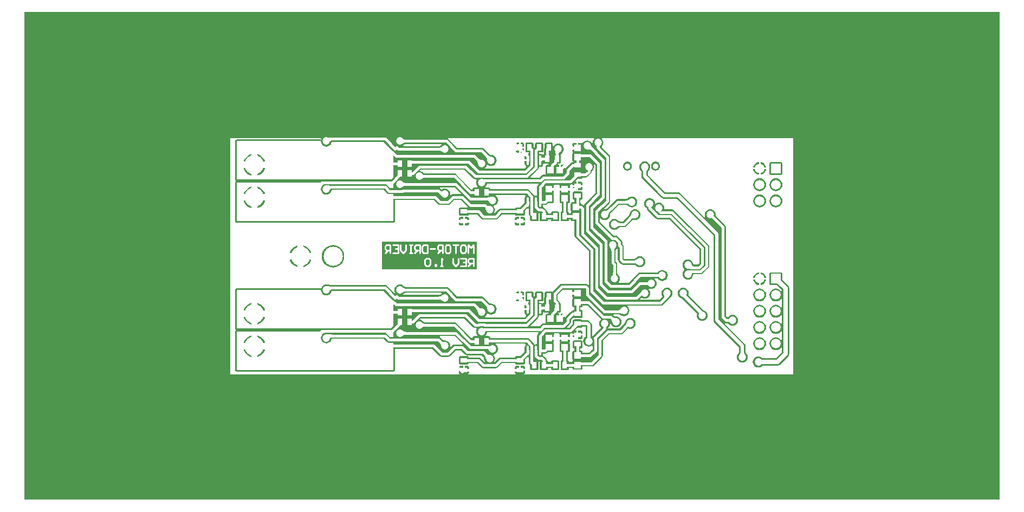
<source format=gbr>
%FSDAX33Y33*%
%MOMM*%
%SFA1B1*%

%IPPOS*%
%AMD1002*
%
%ADD11C,0.254000*%
%ADD20R,1.100000X1.000001*%
%ADD21R,0.800001X1.050000*%
%ADD23R,1.000001X1.100000*%
%ADD62C,0.399999*%
%ADD63C,0.508000*%
%ADD64C,0.635000*%
%ADD65C,0.381000*%
%ADD66C,0.900001*%
%ADD67R,1.500000X1.500000*%
%ADD68C,1.500000*%
%ADD69C,2.999999*%
%ADD70C,1.200000*%
%ADD71C,1.270000*%
%ADD74R,1.050000X0.800001*%
%ADD75O,0.399999X1.500000*%
%ADD76R,0.399999X1.500000*%
%ADD77C,0.499999*%
%LNgrb_bot_layer-1*%
%LPD*%
G36*
X152400Y076200D02*
X000000D01*
Y000000*
X152400*
Y076200*
G37*
%LNgrb_bot_layer-2*%
%LPC*%
G36*
X064760Y054603D02*
X064816Y054601D01*
X064870Y054594*
X064923Y054583*
X064975Y054568*
X065025Y054548*
X065074Y054524*
X065122Y054495*
X065168Y054462*
X065214Y054425*
X065257Y054383*
Y055223*
X065214Y055181*
X065168Y055144*
X065122Y055111*
X065074Y055082*
X065025Y055058*
X064975Y055038*
X064923Y055023*
X064870Y055012*
X064816Y055005*
X064760Y055003*
Y054603*
G37*
G36*
X048043Y056588D02*
X047938Y056589D01*
X047382Y056623*
X047348Y056631*
X047775Y055944*
X047787Y055990*
X047804Y056032*
X047826Y056068*
X047854Y056100*
X047887Y056127*
X047925Y056149*
X047968Y056166*
X048017Y056178*
X048071Y056186*
X048130Y056188*
X048043Y056588*
G37*
G36*
X064760Y031353D02*
X064816Y031351D01*
X064870Y031344*
X064923Y031333*
X064975Y031318*
X065025Y031298*
X065074Y031274*
X065122Y031245*
X065168Y031212*
X065214Y031175*
X065257Y031133*
Y031973*
X065214Y031931*
X065168Y031894*
X065122Y031861*
X065074Y031832*
X065025Y031808*
X064975Y031788*
X064923Y031773*
X064870Y031762*
X064816Y031755*
X064760Y031753*
Y031353*
G37*
G36*
X048043Y033338D02*
X047938Y033339D01*
X047382Y033373*
X047348Y033381*
X047775Y032694*
X047787Y032740*
X047804Y032782*
X047826Y032818*
X047854Y032850*
X047887Y032877*
X047925Y032899*
X047968Y032916*
X048017Y032928*
X048071Y032936*
X048130Y032938*
X048043Y033338*
G37*
G36*
X064890Y024566D02*
X064928Y024525D01*
X064961Y024482*
X064991Y024437*
X065017Y024389*
X065038Y024340*
X065056Y024288*
X065069Y024234*
X065079Y024178*
X065084Y024119*
X065086Y024059*
X065680Y024653*
X065619Y024654*
X065561Y024660*
X065505Y024669*
X065451Y024683*
X065399Y024700*
X065349Y024722*
X065302Y024748*
X065257Y024777*
X065214Y024811*
X065173Y024849*
X064890Y024566*
G37*
G36*
X048043Y025838D02*
X047938Y025839D01*
X047382Y025873*
X047348Y025881*
X047775Y025194*
X047787Y025240*
X047804Y025282*
X047826Y025318*
X047854Y025350*
X047887Y025377*
X047925Y025399*
X047968Y025416*
X048017Y025428*
X048071Y025436*
X048130Y025438*
X048043Y025838*
G37*
G36*
X062611Y027503D02*
X062556Y027505D01*
X062501Y027512*
X062448Y027523*
X062396Y027538*
X062346Y027558*
X062297Y027582*
X062249Y027611*
X062203Y027644*
X062158Y027681*
X062114Y027723*
Y026883*
X062158Y026925*
X062203Y026962*
X062249Y026995*
X062297Y027024*
X062346Y027048*
X062396Y027068*
X062448Y027083*
X062501Y027094*
X062556Y027101*
X062611Y027103*
Y027503*
G37*
G36*
X048043Y049088D02*
X047938Y049089D01*
X047382Y049123*
X047348Y049131*
X047775Y048444*
X047787Y048490*
X047804Y048532*
X047826Y048568*
X047854Y048600*
X047887Y048627*
X047925Y048649*
X047968Y048666*
X048017Y048678*
X048071Y048686*
X048130Y048688*
X048043Y049088*
G37*
G36*
X064697Y048009D02*
X065169Y047497D01*
X065327Y048284*
X065288Y048259*
X065248Y048241*
X065208Y048230*
X065167Y048227*
X065126Y048231*
X065084Y048242*
X065042Y048260*
X064999Y048286*
X064956Y048319*
X064912Y048359*
X064697Y048009*
G37*
G36*
X062611Y050753D02*
X062556Y050755D01*
X062501Y050762*
X062448Y050773*
X062396Y050788*
X062346Y050808*
X062297Y050832*
X062249Y050861*
X062203Y050894*
X062158Y050931*
X062114Y050973*
Y050133*
X062158Y050175*
X062203Y050212*
X062249Y050245*
X062297Y050274*
X062346Y050298*
X062396Y050318*
X062448Y050333*
X062501Y050344*
X062556Y050351*
X062611Y050353*
Y050753*
G37*
G36*
X072140Y030316D02*
X072177Y030275D01*
X072211Y030232*
X072241Y030187*
X072266Y030140*
X072288Y030090*
X072306Y030038*
X072319Y029984*
X072329Y029928*
X072334Y029870*
X072336Y029809*
X072929Y030403*
X072869Y030404*
X072811Y030410*
X072754Y030419*
X072700Y030433*
X072649Y030451*
X072599Y030472*
X072552Y030498*
X072506Y030528*
X072463Y030561*
X072422Y030599*
X072140Y030316*
G37*
G36*
X059611Y033003D02*
X059556Y033005D01*
X059501Y033012*
X059448Y033023*
X059396Y033038*
X059346Y033058*
X059297Y033082*
X059249Y033111*
X059203Y033144*
X059158Y033181*
X059114Y033223*
Y032383*
X059158Y032425*
X059203Y032462*
X059249Y032495*
X059297Y032524*
X059346Y032548*
X059396Y032568*
X059448Y032583*
X059501Y032594*
X059556Y032601*
X059611Y032603*
Y033003*
G37*
G36*
X072140Y053566D02*
X072177Y053525D01*
X072211Y053482*
X072241Y053437*
X072266Y053390*
X072288Y053340*
X072306Y053288*
X072319Y053234*
X072329Y053178*
X072334Y053120*
X072336Y053059*
X072929Y053653*
X072869Y053654*
X072811Y053660*
X072754Y053669*
X072700Y053683*
X072649Y053701*
X072599Y053722*
X072552Y053748*
X072506Y053778*
X072463Y053811*
X072422Y053849*
X072140Y053566*
G37*
G36*
X059611Y056253D02*
X059556Y056255D01*
X059501Y056262*
X059448Y056273*
X059396Y056288*
X059346Y056308*
X059297Y056332*
X059249Y056361*
X059203Y056394*
X059158Y056431*
X059114Y056473*
Y055633*
X059158Y055675*
X059203Y055712*
X059249Y055745*
X059297Y055774*
X059346Y055798*
X059396Y055818*
X059448Y055833*
X059501Y055844*
X059556Y055851*
X059611Y055853*
Y056253*
G37*
G36*
Y026253D02*
X059556Y026255D01*
X059501Y026262*
X059448Y026273*
X059396Y026288*
X059346Y026308*
X059297Y026332*
X059249Y026361*
X059203Y026394*
X059158Y026431*
X059114Y026473*
Y025633*
X059158Y025675*
X059203Y025712*
X059249Y025745*
X059297Y025774*
X059346Y025798*
X059396Y025818*
X059448Y025833*
X059501Y025844*
X059556Y025851*
X059611Y025853*
Y026253*
G37*
G36*
X072228Y023603D02*
X072286Y023601D01*
X072340Y023593*
X072390Y023580*
X072436Y023563*
X072477Y023540*
X072515Y023512*
X072548Y023479*
X072576Y023441*
X072601Y023398*
X072621Y023350*
X072966Y024111*
X072911Y024091*
X072748Y024042*
X072695Y024030*
X072588Y024013*
X072535Y024007*
X072429Y024003*
X072228Y023603*
G37*
G36*
Y046853D02*
X072286Y046851D01*
X072340Y046843*
X072390Y046830*
X072436Y046813*
X072477Y046790*
X072515Y046762*
X072548Y046729*
X072576Y046691*
X072601Y046648*
X072621Y046600*
X072966Y047361*
X072911Y047341*
X072748Y047292*
X072695Y047280*
X072588Y047263*
X072535Y047257*
X072429Y047253*
X072228Y046853*
G37*
G36*
X059611Y049503D02*
X059556Y049505D01*
X059501Y049512*
X059448Y049523*
X059396Y049538*
X059346Y049558*
X059297Y049582*
X059249Y049611*
X059203Y049644*
X059158Y049681*
X059114Y049723*
Y048883*
X059158Y048925*
X059203Y048962*
X059249Y048995*
X059297Y049024*
X059346Y049048*
X059396Y049068*
X059448Y049083*
X059501Y049094*
X059556Y049101*
X059611Y049103*
Y049503*
G37*
G36*
X071890Y022566D02*
X071928Y022525D01*
X071961Y022482*
X071991Y022437*
X072017Y022389*
X072038Y022340*
X072056Y022288*
X072069Y022234*
X072079Y022178*
X072084Y022119*
X072086Y022059*
X072680Y022653*
X072619Y022654*
X072561Y022660*
X072505Y022669*
X072451Y022683*
X072399Y022700*
X072349Y022722*
X072302Y022748*
X072257Y022777*
X072213Y022811*
X072173Y022849*
X071890Y022566*
G37*
G36*
X038322Y024213D02*
X038222Y024222D01*
X038115Y024247*
X038001Y024290*
X037880Y024349*
X037752Y024426*
X037617Y024519*
X037475Y024630*
X037170Y024902*
X037007Y025063*
Y022963*
X037170Y023125*
X037475Y023397*
X037617Y023507*
X037752Y023601*
X037880Y023677*
X038001Y023737*
X038115Y023779*
X038222Y023805*
X038322Y023813*
Y024213*
G37*
G36*
X071890Y045816D02*
X071928Y045775D01*
X071961Y045732*
X071991Y045687*
X072017Y045639*
X072038Y045590*
X072056Y045538*
X072069Y045484*
X072079Y045428*
X072084Y045369*
X072086Y045309*
X072680Y045903*
X072619Y045904*
X072561Y045910*
X072505Y045919*
X072451Y045933*
X072399Y045950*
X072349Y045972*
X072302Y045998*
X072257Y046027*
X072213Y046061*
X072173Y046099*
X071890Y045816*
G37*
G36*
X038322Y047463D02*
X038222Y047472D01*
X038115Y047497*
X038001Y047540*
X037880Y047599*
X037752Y047676*
X037617Y047769*
X037475Y047880*
X037170Y048152*
X037007Y048313*
Y046213*
X037170Y046375*
X037475Y046647*
X037617Y046757*
X037752Y046851*
X037880Y046927*
X038001Y046987*
X038115Y047029*
X038222Y047055*
X038322Y047063*
Y047463*
G37*
G36*
X070640Y029816D02*
X070677Y029775D01*
X070711Y029732*
X070741Y029687*
X070766Y029640*
X070788Y029590*
X070806Y029538*
X070819Y029484*
X070829Y029428*
X070834Y029370*
X070836Y029309*
X071429Y029903*
X071369Y029904*
X071311Y029910*
X071254Y029919*
X071200Y029933*
X071149Y029951*
X071099Y029972*
X071052Y029998*
X071006Y030028*
X070963Y030061*
X070922Y030099*
X070640Y029816*
G37*
G36*
X054990Y029390D02*
X054947Y029351D01*
X054902Y029316*
X054854Y029286*
X054803Y029259*
X054750Y029237*
X054694Y029219*
X054635Y029205*
X054573Y029195*
X054509Y029189*
X054442Y029188*
X055070Y028559*
X055072Y028627*
X055077Y028691*
X055087Y028753*
X055101Y028811*
X055119Y028868*
X055142Y028921*
X055168Y028972*
X055199Y029020*
X055233Y029065*
X055272Y029107*
X054990Y029390*
G37*
G36*
X070640Y053066D02*
X070677Y053025D01*
X070711Y052982*
X070741Y052937*
X070766Y052890*
X070788Y052840*
X070806Y052788*
X070819Y052734*
X070829Y052678*
X070834Y052620*
X070836Y052559*
X071429Y053153*
X071369Y053154*
X071311Y053160*
X071254Y053169*
X071200Y053183*
X071149Y053201*
X071099Y053222*
X071052Y053248*
X071006Y053278*
X070963Y053311*
X070922Y053349*
X070640Y053066*
G37*
G36*
X054990Y052640D02*
X054947Y052601D01*
X054902Y052566*
X054854Y052536*
X054803Y052509*
X054750Y052487*
X054694Y052469*
X054635Y052455*
X054573Y052445*
X054509Y052439*
X054442Y052438*
X055070Y051809*
X055072Y051877*
X055077Y051941*
X055087Y052003*
X055101Y052061*
X055119Y052118*
X055142Y052171*
X055168Y052222*
X055199Y052270*
X055233Y052315*
X055272Y052357*
X054990Y052640*
G37*
G36*
X091639Y028316D02*
X091677Y028275D01*
X091711Y028232*
X091741Y028187*
X091766Y028140*
X091788Y028090*
X091806Y028038*
X091819Y027984*
X091829Y027928*
X091834Y027870*
X091836Y027809*
X092429Y028403*
X092369Y028404*
X092311Y028410*
X092254Y028419*
X092200Y028433*
X092149Y028451*
X092099Y028472*
X092052Y028498*
X092006Y028528*
X091963Y028561*
X091922Y028599*
X091639Y028316*
G37*
G36*
X091985Y035479D02*
X091983Y035423D01*
X091977Y035369*
X091966Y035316*
X091950Y035264*
X091930Y035214*
X091906Y035165*
X091878Y035117*
X091845Y035070*
X091807Y035025*
X091765Y034982*
X092605*
X092564Y035025*
X092526Y035070*
X092493Y035117*
X092465Y035165*
X092440Y035214*
X092421Y035264*
X092405Y035316*
X092394Y035369*
X092388Y035423*
X092385Y035479*
X091985*
G37*
G36*
X092135Y038877D02*
X092138Y038933D01*
X092144Y038987*
X092155Y039040*
X092171Y039092*
X092191Y039142*
X092215Y039192*
X092243Y039239*
X092276Y039286*
X092314Y039331*
X092356Y039375*
X091515*
X091557Y039331*
X091595Y039286*
X091628Y039239*
X091656Y039192*
X091680Y039142*
X091700Y039092*
X091716Y039040*
X091727Y038987*
X091733Y038933*
X091735Y038877*
X092135*
G37*
G36*
X092821Y029228D02*
X092875Y029226D01*
X092928Y029221*
X092982Y029212*
X093035Y029200*
X093089Y029184*
X093142Y029165*
X093195Y029142*
X093248Y029116*
X093301Y029086*
X093354Y029053*
X093179Y029875*
X093146Y029828*
X093111Y029786*
X093073Y029749*
X093032Y029717*
X092988Y029690*
X092942Y029668*
X092893Y029650*
X092842Y029638*
X092787Y029631*
X092730Y029628*
X092821Y029228*
G37*
G36*
X091199Y045349D02*
X091158Y045311D01*
X091115Y045278*
X091069Y045248*
X091022Y045222*
X090972Y045201*
X090921Y045183*
X090867Y045169*
X090810Y045160*
X090752Y045154*
X090691Y045153*
X091285Y044559*
X091287Y044620*
X091292Y044678*
X091302Y044734*
X091315Y044788*
X091333Y044840*
X091355Y044890*
X091380Y044937*
X091410Y044982*
X091444Y045025*
X091481Y045066*
X091199Y045349*
G37*
G36*
X094010Y046353D02*
X094065Y046351D01*
X094120Y046344*
X094173Y046333*
X094225Y046318*
X094275Y046298*
X094324Y046274*
X094372Y046245*
X094418Y046212*
X094463Y046175*
X094507Y046133*
Y046973*
X094463Y046931*
X094418Y046894*
X094372Y046861*
X094324Y046832*
X094275Y046808*
X094225Y046788*
X094173Y046773*
X094120Y046762*
X094065Y046755*
X094010Y046753*
Y046353*
G37*
G36*
X100230Y031314D02*
X100742Y031787D01*
X099954Y031945*
X099980Y031905*
X099998Y031866*
X100008Y031826*
X100012Y031785*
X100008Y031744*
X099997Y031702*
X099979Y031660*
X099953Y031617*
X099920Y031574*
X099879Y031530*
X100230Y031314*
G37*
G36*
X083385Y053845D02*
X083388Y053904D01*
X083396Y053958*
X083408Y054007*
X083426Y054053*
X083449Y054095*
X083477Y054132*
X083510Y054165*
X083548Y054194*
X083591Y054218*
X083639Y054239*
X082877Y054583*
X082898Y054528*
X082947Y054365*
X082958Y054312*
X082976Y054205*
X082981Y054152*
X082985Y054046*
X083385Y053845*
G37*
G36*
X088787Y054985D02*
X088750Y055023D01*
X088716Y055064*
X088684Y055107*
X088653Y055152*
X088598Y055250*
X088573Y055303*
X088530Y055415*
X088511Y055474*
X088118Y054732*
X088171Y054746*
X088224Y054754*
X088275Y054757*
X088324Y054753*
X088373Y054744*
X088420Y054728*
X088466Y054707*
X088511Y054680*
X088555Y054647*
X088598Y054608*
X088787Y054985*
G37*
G36*
X077435Y055003D02*
X077407Y055003D01*
X077339Y055009*
X077323Y055012*
X077309Y055016*
X077299Y055021*
X077291Y055027*
X077287Y055033*
X077286Y055040*
X077087Y054607*
X077435Y054603*
Y055003*
G37*
G36*
X075929Y054603D02*
X075981Y054602D01*
X076087Y054593*
X076140Y054586*
X076248Y054564*
X076302Y054550*
X076411Y054515*
X076466Y054495*
X076121Y055256*
X076101Y055208*
X076076Y055165*
X076048Y055127*
X076015Y055094*
X075977Y055066*
X075936Y055044*
X075890Y055026*
X075840Y055013*
X075786Y055006*
X075728Y055003*
X075929Y054603*
G37*
G36*
X073643Y055003D02*
X073585Y055006D01*
X073531Y055013*
X073481Y055026*
X073435Y055044*
X073394Y055066*
X073357Y055094*
X073324Y055127*
X073295Y055165*
X073270Y055208*
X073250Y055256*
X072906Y054495*
X072960Y054515*
X073123Y054564*
X073177Y054576*
X073284Y054593*
X073337Y054599*
X073442Y054603*
X073643Y055003*
G37*
G36*
X082985Y046729D02*
X082983Y046673D01*
X082977Y046619*
X082966Y046566*
X082950Y046514*
X082931Y046464*
X082906Y046415*
X082878Y046367*
X082845Y046320*
X082807Y046275*
X082766Y046232*
X083605*
X083564Y046275*
X083526Y046320*
X083493Y046367*
X083465Y046415*
X083440Y046464*
X083421Y046514*
X083405Y046566*
X083394Y046619*
X083388Y046673*
X083385Y046729*
X082985*
G37*
G36*
X086119Y055228D02*
X086063Y055230D01*
X086009Y055237*
X085956Y055248*
X085905Y055264*
X085855Y055285*
X085807Y055310*
X085761Y055339*
X085716Y055373*
X085673Y055412*
X085631Y055455*
X085596Y054616*
X085642Y054656*
X085689Y054692*
X085737Y054724*
X085786Y054752*
X085836Y054775*
X085887Y054794*
X085939Y054809*
X085992Y054820*
X086046Y054826*
X086102Y054828*
X086119Y055228*
G37*
G36*
X085385Y054127D02*
X085388Y054183D01*
X085394Y054237*
X085405Y054290*
X085421Y054342*
X085440Y054392*
X085465Y054442*
X085493Y054489*
X085526Y054536*
X085564Y054581*
X085605Y054625*
X084765*
X084807Y054581*
X084845Y054536*
X084878Y054489*
X084906Y054442*
X084930Y054392*
X084950Y054342*
X084966Y054290*
X084977Y054237*
X084983Y054183*
X084985Y054127*
X085385*
G37*
G36*
X083185Y048753D02*
X082785Y048353D01*
X082823Y048351*
X082858Y048345*
X082887Y048335*
X082913Y048321*
X082935Y048303*
X082953Y048281*
X082967Y048255*
X082977Y048225*
X082983Y048191*
X082985Y048153*
X083385*
X083387Y048191*
X083393Y048225*
X083403Y048255*
X083417Y048281*
X083435Y048303*
X083457Y048321*
X083483Y048335*
X083513Y048345*
X083547Y048351*
X083585Y048353*
X083185Y048753*
G37*
G36*
Y025503D02*
X082785Y025103D01*
X082823Y025101*
X082858Y025095*
X082887Y025085*
X082913Y025071*
X082935Y025053*
X082953Y025031*
X082967Y025005*
X082977Y024975*
X082983Y024941*
X082985Y024903*
X083385*
X083387Y024941*
X083393Y024975*
X083403Y025005*
X083417Y025031*
X083435Y025053*
X083457Y025071*
X083483Y025085*
X083513Y025095*
X083547Y025101*
X083585Y025103*
X083185Y025503*
G37*
G36*
X073643Y031753D02*
X073585Y031756D01*
X073531Y031763*
X073481Y031776*
X073435Y031794*
X073394Y031816*
X073357Y031844*
X073324Y031877*
X073295Y031915*
X073270Y031958*
X073250Y032006*
X072906Y031245*
X072960Y031265*
X073123Y031314*
X073177Y031326*
X073284Y031343*
X073337Y031349*
X073442Y031353*
X073643Y031753*
G37*
G36*
X075929Y031353D02*
X075981Y031352D01*
X076087Y031343*
X076140Y031336*
X076248Y031314*
X076302Y031300*
X076411Y031265*
X076466Y031245*
X076121Y032006*
X076101Y031958*
X076076Y031915*
X076048Y031877*
X076015Y031844*
X075977Y031816*
X075936Y031794*
X075890Y031776*
X075840Y031763*
X075786Y031756*
X075728Y031753*
X075929Y031353*
G37*
G36*
X077435Y031753D02*
X077407Y031753D01*
X077339Y031759*
X077323Y031762*
X077309Y031766*
X077299Y031771*
X077291Y031777*
X077287Y031783*
X077286Y031790*
X077087Y031357*
X077435Y031353*
Y031753*
G37*
G36*
X082985Y023479D02*
X082983Y023423D01*
X082977Y023369*
X082966Y023316*
X082950Y023264*
X082931Y023214*
X082906Y023165*
X082878Y023117*
X082845Y023070*
X082807Y023025*
X082766Y022982*
X083605*
X083564Y023025*
X083526Y023070*
X083493Y023117*
X083465Y023165*
X083440Y023214*
X083421Y023264*
X083405Y023316*
X083394Y023369*
X083388Y023423*
X083385Y023479*
X082985*
G37*
G36*
X066692Y020753D02*
X066640Y020754D01*
X066534Y020763*
X066480Y020770*
X066373Y020792*
X066319Y020806*
X066210Y020841*
X066156Y020861*
X066500Y020100*
X066520Y020148*
X066545Y020191*
X066574Y020229*
X066607Y020262*
X066644Y020290*
X066685Y020313*
X066731Y020330*
X066781Y020343*
X066835Y020351*
X066893Y020353*
X066692Y020753*
G37*
G36*
X048111Y042753D02*
X048056Y042755D01*
X048001Y042762*
X047948Y042773*
X047896Y042788*
X047846Y042808*
X047797Y042832*
X047749Y042861*
X047703Y042894*
X047658Y042931*
X047614Y042973*
Y042133*
X047658Y042175*
X047703Y042212*
X047749Y042245*
X047797Y042274*
X047846Y042298*
X047896Y042318*
X047948Y042333*
X048001Y042344*
X048056Y042351*
X048111Y042353*
Y042753*
G37*
G36*
X085822Y026657D02*
X085922Y026756D01*
X086382Y027157*
X086413Y027173*
X086436Y027178*
X086060Y027553*
X086055Y027531*
X086040Y027499*
X086014Y027459*
X085977Y027411*
X085873Y027288*
X085638Y027040*
X085539Y026940*
X085822Y026657*
G37*
G36*
X089835Y055022D02*
X089846Y055241D01*
X089425*
X089427Y055238*
X089429Y055231*
X089430Y055220*
X089433Y055185*
X089435Y055022*
X089835*
G37*
G36*
X095260Y037003D02*
X095315Y037001D01*
X095370Y036994*
X095423Y036983*
X095474Y036968*
X095525Y036948*
X095574Y036924*
X095622Y036895*
X095668Y036862*
X095713Y036825*
X095757Y036783*
Y037623*
X095713Y037581*
X095668Y037544*
X095622Y037511*
X095574Y037482*
X095525Y037458*
X095474Y037438*
X095423Y037423*
X095370Y037412*
X095315Y037405*
X095260Y037403*
Y037003*
G37*
G36*
X072264Y049331D02*
X072178Y049124D01*
X072052Y048960*
X072077Y048843*
X072080Y048833*
X072585*
X072683Y048814*
X072766Y048758*
X072821Y048676*
X072840Y048578*
Y048562*
X078555*
X078730Y048527*
X078879Y048428*
X079610Y047697*
X079709Y047548*
X079840Y047543*
X079935Y047562*
X080000Y047549*
X080127Y047653*
Y048889*
X080162Y049065*
X080261Y049214*
X080374Y049327*
X080325Y049444*
X072279*
X072264Y049331*
G37*
G36*
X032194Y019562D02*
X067986D01*
X068024Y019689*
X067977Y019720*
X067921Y019804*
X067902Y019903*
Y020176*
X069469*
Y019903*
X069450Y019804*
X069394Y019720*
X069347Y019689*
X069385Y019562*
X076736*
X076774Y019689*
X076727Y019720*
X076671Y019804*
X076652Y019903*
Y020176*
X077435*
X078219*
Y019903*
X078200Y019804*
X078144Y019720*
X078097Y019689*
X078135Y019562*
X120177*
Y056544*
X090263*
X090222Y056424*
X090242Y056409*
X090378Y056232*
X090464Y056025*
X090493Y055803*
X090464Y055581*
X090378Y055374*
X090242Y055197*
X090234Y055073*
X091410Y053897*
X091509Y053748*
X091544Y053572*
Y046703*
X091509Y046527*
X091410Y046379*
X090552Y045521*
X090612Y045401*
X090686Y045410*
X090702Y045408*
X090737Y045409*
X090777Y045413*
X090814Y045419*
X090848Y045428*
X090880Y045438*
X090910Y045451*
X090939Y045467*
X090966Y045485*
X090977Y045494*
X092361Y046878*
X092510Y046977*
X092685Y047012*
X094064*
X094078Y047014*
X094110Y047020*
X094141Y047029*
X094172Y047041*
X094202Y047056*
X094232Y047074*
X094263Y047096*
X094294Y047122*
X094319Y047146*
X094329Y047159*
X094507Y047296*
X094714Y047381*
X094935Y047410*
X095157Y047381*
X095364Y047296*
X095542Y047159*
X095678Y046982*
X095764Y046775*
X095793Y046553*
X095764Y046331*
X095678Y046124*
X095542Y045947*
X095364Y045811*
X095157Y045725*
X094935Y045696*
X094714Y045725*
X094507Y045811*
X094329Y045947*
X094319Y045960*
X094294Y045984*
X094263Y046010*
X094232Y046032*
X094202Y046050*
X094172Y046065*
X094141Y046077*
X094110Y046086*
X094078Y046093*
X094064Y046094*
X092876*
X091626Y044845*
X091617Y044833*
X091599Y044806*
X091584Y044778*
X091571Y044748*
X091560Y044716*
X091551Y044682*
X091545Y044645*
X091541Y044605*
X091541Y044569*
X091543Y044553*
X091514Y044331*
X091428Y044124*
X091292Y043947*
X091114Y043811*
X090907Y043725*
X090686Y043696*
X090464Y043725*
X090257Y043811*
X090079Y043947*
X090021Y044022*
X089894Y043979*
Y043493*
X092076Y041312*
X092370*
X092546Y041277*
X092695Y041178*
X093310Y040562*
X093409Y040414*
X093444Y040238*
Y039943*
X093510Y039878*
X093609Y039729*
X093644Y039553*
Y037743*
X093726Y037662*
X095314*
X095328Y037664*
X095360Y037670*
X095391Y037679*
X095422Y037691*
X095452Y037706*
X095482Y037724*
X095513Y037746*
X095544Y037772*
X095569Y037796*
X095579Y037809*
X095757Y037946*
X095964Y038031*
X096185Y038060*
X096407Y038031*
X096614Y037946*
X096792Y037809*
X096928Y037632*
X097014Y037425*
X097043Y037203*
X097014Y036981*
X096928Y036774*
X096792Y036597*
X096614Y036461*
X096407Y036375*
X096185Y036346*
X095964Y036375*
X095757Y036461*
X095579Y036597*
X095569Y036610*
X095544Y036634*
X095513Y036660*
X095482Y036682*
X095452Y036700*
X095422Y036715*
X095391Y036727*
X095360Y036736*
X095328Y036743*
X095314Y036744*
X093535*
X093360Y036779*
X093211Y036879*
X092861Y037229*
X092762Y037378*
X092727Y037553*
Y039229*
X092600Y039272*
X092542Y039197*
X092529Y039187*
X092504Y039161*
X092479Y039130*
X092457Y039100*
X092439Y039069*
X092424Y039039*
X092412Y039009*
X092403Y038978*
X092396Y038946*
X092394Y038932*
Y037243*
X092510Y037128*
X092609Y036979*
X092644Y036803*
Y035424*
X092646Y035410*
X092653Y035378*
X092662Y035347*
X092674Y035317*
X092689Y035287*
X092707Y035256*
X092729Y035226*
X092754Y035195*
X092779Y035169*
X092792Y035159*
X092928Y034982*
X093014Y034775*
X093043Y034553*
X093014Y034331*
X092928Y034124*
X092849Y034021*
X092912Y033894*
X094378*
X095861Y035378*
X096010Y035477*
X096185Y035512*
X098966*
X099079Y035659*
X099257Y035796*
X099464Y035881*
X099685Y035910*
X099907Y035881*
X100114Y035796*
X100292Y035659*
X100428Y035482*
X100514Y035275*
X100543Y035053*
X100514Y034831*
X100428Y034624*
X100292Y034447*
X100114Y034311*
X099907Y034225*
X099685Y034196*
X099464Y034225*
X099257Y034311*
X099079Y034447*
X098966Y034594*
X098509*
X098466Y034467*
X098542Y034409*
X098678Y034232*
X098764Y034025*
X098793Y033803*
X098764Y033581*
X098678Y033374*
X098542Y033197*
X098364Y033061*
X098157Y032975*
X097935Y032946*
X097714Y032975*
X097608Y033019*
X097542Y032909*
X097678Y032732*
X097764Y032525*
X097793Y032303*
X097764Y032081*
X097678Y031874*
X097542Y031697*
X097364Y031561*
X097157Y031475*
X096936Y031446*
X096714Y031475*
X096507Y031561*
X096414Y031632*
X096160Y031379*
X096209Y031262*
X099245*
X099734Y031751*
X099742Y031760*
X099752Y031777*
X099755Y031784*
X099740Y031806*
X099735Y031820*
X099693Y031874*
X099607Y032081*
X099578Y032303*
X099607Y032525*
X099693Y032732*
X099829Y032909*
X100007Y033046*
X100214Y033131*
X100435Y033160*
X100657Y033131*
X100864Y033046*
X101042Y032909*
X101178Y032732*
X101264Y032525*
X101293Y032303*
X101264Y032081*
X101178Y031874*
X101042Y031697*
X100911Y031597*
X100478Y031197*
X099760Y030479*
X099611Y030379*
X099435Y030344*
X094259*
X094216Y030217*
X094292Y030159*
X094428Y029982*
X094514Y029775*
X094543Y029553*
X094514Y029331*
X094428Y029124*
X094292Y028947*
X094114Y028811*
X093907Y028725*
X093685Y028696*
X093464Y028725*
X093257Y028811*
X093226Y028834*
X093218Y028837*
X093171Y028867*
X093129Y028891*
X093088Y028911*
X093048Y028928*
X093009Y028942*
X092971Y028953*
X092933Y028962*
X092895Y028968*
X092885Y028969*
X092098*
X092045Y028842*
X092144Y028744*
X092155Y028735*
X092182Y028717*
X092211Y028701*
X092241Y028688*
X092273Y028678*
X092307Y028669*
X092344Y028663*
X092384Y028659*
X092419Y028658*
X092435Y028660*
X092657Y028631*
X092864Y028546*
X093042Y028409*
X093178Y028232*
X093264Y028025*
X093293Y027803*
X093264Y027581*
X093178Y027374*
X093042Y027197*
X092864Y027061*
X092657Y026975*
X092435Y026946*
X092214Y026975*
X092007Y027061*
X091829Y027197*
X091693Y027374*
X091658Y027458*
X091528Y027441*
X091514Y027331*
X091428Y027124*
X091292Y026947*
X091216Y026889*
X091258Y026764*
X091266Y026762*
X092995*
X093834Y027601*
X093857Y027775*
X093943Y027982*
X094079Y028159*
X094257Y028296*
X094464Y028381*
X094685Y028410*
X094907Y028381*
X095114Y028296*
X095292Y028159*
X095428Y027982*
X095514Y027775*
X095543Y027553*
X095514Y027331*
X095428Y027124*
X095292Y026947*
X095114Y026811*
X094907Y026725*
X094685Y026696*
X094464Y026725*
X094317Y026786*
X093510Y025979*
X093361Y025879*
X093185Y025844*
X091376*
X090394Y024863*
Y022553*
X090359Y022378*
X090260Y022229*
X089010Y020979*
X088861Y020879*
X088685Y020844*
X087240*
Y020578*
X087221Y020481*
X087166Y020398*
X087083Y020343*
X086985Y020323*
X085885*
X085788Y020343*
X085705Y020398*
X085650Y020481*
X085631Y020578*
Y020594*
X085090*
Y020528*
X085071Y020431*
X085016Y020348*
X084933Y020293*
X084835Y020273*
X084035*
X083938Y020293*
X083855Y020348*
X083800Y020431*
X083781Y020528*
Y021578*
X083800Y021676*
X083855Y021758*
X083938Y021814*
X083977Y021821*
Y023098*
X083885*
X083788Y023118*
X083705Y023173*
X083650Y023256*
X083631Y023353*
Y024353*
X083650Y024451*
X083674Y024486*
X083702Y024620*
X083646Y024704*
X083627Y024803*
Y025176*
X084436*
X085244*
Y024803*
X085225Y024704*
X085169Y024620*
X085197Y024486*
X085221Y024451*
X085240Y024353*
Y023353*
X085221Y023256*
X085166Y023173*
X085083Y023118*
X084985Y023098*
X084894*
Y021821*
X084933Y021814*
X085016Y021758*
X085071Y021676*
X085090Y021578*
Y021512*
X085631*
Y021578*
X085650Y021676*
X085705Y021758*
Y021848*
X085650Y021931*
X085631Y022028*
Y023028*
X085650Y023126*
X085705Y023208*
X085788Y023264*
X085885Y023283*
X085977*
Y023648*
X085910*
X085813Y023668*
X085730Y023723*
X085675Y023806*
X085656Y023903*
Y024703*
X085675Y024801*
X085730Y024883*
X085813Y024939*
X085910Y024958*
X086960*
X087058Y024939*
X087141Y024883*
X087196Y024801*
X087209Y024735*
X087334Y024756*
X087328Y024803*
X087357Y025025*
X087443Y025232*
X087579Y025409*
X087672Y025480*
Y027039*
X087185*
X087141Y026973*
X087058Y026918*
X086960Y026898*
X086472*
X086133Y026602*
X086111Y026579*
X086159Y026462*
X086308*
Y025930*
X085652*
Y025988*
X085540Y026048*
X085511Y026029*
X085335Y025994*
X085316*
X085288Y025967*
X085232Y025867*
X085244Y025803*
Y025430*
X084436*
X083627*
Y025803*
X083639Y025867*
X083583Y025967*
X083555Y025994*
X082816*
X082788Y025967*
X082732Y025867*
X082744Y025803*
Y025430*
X081935*
Y025176*
X082744*
Y024803*
X082725Y024704*
X082669Y024620*
X082697Y024486*
X082721Y024451*
X082740Y024353*
Y023353*
X082721Y023256*
X082666Y023173*
X082583Y023118*
X082485Y023098*
X081829*
X081710Y022979*
X081561Y022879*
X081385Y022844*
X081044*
Y022753*
X081026Y022663*
X081061Y022527*
X081210Y022428*
X081510Y022128*
X081609Y021979*
X081641Y021822*
X081683Y021814*
X081766Y021758*
X081821Y021676*
X081840Y021578*
Y021512*
X082281*
Y021578*
X082300Y021676*
X082355Y021758*
X082438Y021814*
X082535Y021833*
X083335*
X083433Y021814*
X083516Y021758*
X083571Y021676*
X083590Y021578*
Y020528*
X083571Y020431*
X083516Y020348*
X083433Y020293*
X083335Y020273*
X082535*
X082438Y020293*
X082355Y020348*
X082300Y020431*
X082281Y020528*
Y020594*
X081840*
Y020528*
X081821Y020431*
X081766Y020348*
X081683Y020293*
X081585Y020273*
X080785*
X080688Y020293*
X080605Y020348*
X080550Y020431*
X080531Y020528*
Y021578*
X080506Y021608*
X080455*
X080340Y021491*
Y020528*
X080321Y020431*
X080266Y020348*
X080183Y020293*
X080085Y020273*
X079285*
X079188Y020293*
X079105Y020348*
X079050Y020431*
X079031Y020528*
Y021059*
X078961Y021129*
X078862Y021278*
X078827Y021453*
Y022203*
X078700Y022307*
X078635Y022294*
X078585Y022304*
X078215Y021934*
Y021403*
X078196Y021306*
X078141Y021223*
X078058Y021168*
X077960Y021148*
X076910*
X076813Y021168*
X076730Y021223*
X076675Y021306*
X076667Y021344*
X074626*
X073960Y020678*
X073811Y020579*
X073635Y020544*
X071736*
X071560Y020579*
X071411Y020678*
X070745Y021344*
X069454*
X069446Y021306*
X069391Y021223*
X069308Y021168*
X069210Y021148*
X068160*
X068063Y021168*
X067980Y021223*
X067925Y021306*
X067906Y021403*
Y022203*
X067925Y022301*
X067980Y022383*
X068063Y022439*
X068160Y022458*
X069210*
X069308Y022439*
X069391Y022383*
X069446Y022301*
X069454Y022262*
X070935*
X071111Y022227*
X071260Y022128*
X071849Y021538*
X071945Y021622*
X071943Y021624*
X071858Y021831*
X071828Y022053*
X071831Y022069*
X071830Y022105*
X071826Y022145*
X071820Y022181*
X071811Y022216*
X071800Y022248*
X071787Y022278*
X071772Y022306*
X071754Y022333*
X071745Y022345*
X071495Y022594*
X069185*
X069010Y022629*
X068861Y022729*
X068245Y023344*
X067376*
X066510Y022479*
X066361Y022379*
X066185Y022344*
X065185*
X065010Y022379*
X064861Y022479*
X063745Y023594*
X057940*
Y020303*
X057921Y020206*
X057866Y020123*
X057783Y020068*
X057685Y020048*
X033185*
X033088Y020068*
X033005Y020123*
X032950Y020206*
X032931Y020303*
Y026303*
X032950Y026401*
X033005Y026483*
Y026623*
X032950Y026706*
X032931Y026803*
Y032803*
X032950Y032901*
X033005Y032983*
X033088Y033039*
X033185Y033058*
X046328*
X046361Y033051*
X046368Y033051*
X046443Y033232*
X046579Y033409*
X046757Y033546*
X046964Y033631*
X047185Y033660*
X047407Y033631*
X047421Y033626*
X047889Y033597*
X056350*
X056526Y033562*
X056675Y033463*
X057849Y032289*
X057944Y032373*
X057943Y032374*
X057857Y032581*
X057828Y032803*
X057857Y033025*
X057943Y033232*
X058079Y033409*
X058257Y033546*
X058464Y033631*
X058685Y033660*
X058907Y033631*
X059114Y033546*
X059292Y033409*
X059302Y033396*
X059327Y033372*
X059358Y033346*
X059389Y033324*
X059419Y033306*
X059449Y033291*
X059480Y033279*
X059511Y033270*
X059543Y033264*
X059557Y033262*
X065935*
X066111Y033227*
X066260Y033128*
Y033128*
X067626Y031762*
X071436*
X071611Y031727*
X071760Y031628*
X072644Y030744*
X072655Y030735*
X072682Y030717*
X072711Y030701*
X072741Y030688*
X072773Y030678*
X072807Y030669*
X072844Y030663*
X072884Y030659*
X072919Y030658*
X072935Y030660*
X073157Y030631*
X073364Y030546*
X073542Y030409*
X073678Y030232*
X073764Y030025*
X073793Y029803*
X073764Y029581*
X073678Y029374*
X073542Y029197*
X073364Y029061*
X073157Y028975*
X072935Y028946*
X072714Y028975*
X072507Y029061*
X072400Y029143*
X072264Y029087*
X072264Y029081*
X072178Y028874*
X072042Y028697*
X071966Y028639*
X072009Y028512*
X078165*
X078379Y028726*
X078363Y028889*
X078308Y028926*
X078208Y029076*
X078173Y029253*
Y029676*
X078635*
Y029803*
X078762*
Y030855*
X078813Y030896*
X078804Y031023*
X078535*
X078438Y031043*
X078355Y031098*
X078300Y031181*
X078281Y031278*
Y032328*
X078300Y032426*
X078355Y032508*
X078438Y032564*
X078535Y032583*
X079335*
X079433Y032564*
X079516Y032508*
X079571Y032426*
X079590Y032328*
Y031867*
X079712Y031814*
X079725Y031818*
X079781Y031870*
Y032328*
X079800Y032426*
X079855Y032508*
X079938Y032564*
X080035Y032583*
X080835*
X080933Y032564*
X081016Y032508*
X081071Y032426*
X081090Y032328*
Y031278*
X081071Y031181*
X081016Y031098*
X080933Y031043*
X080835Y031023*
X080394*
Y030808*
X080785*
X080883Y030789*
X080966Y030733*
X081104Y030756*
X081105Y030758*
X081188Y030814*
X081227Y030821*
Y031553*
X081262Y031729*
X081281Y031757*
Y032328*
X081300Y032426*
X081355Y032508*
X081438Y032564*
X081535Y032583*
X082335*
X082433Y032564*
X082516Y032508*
X082552Y032549*
X082561Y032562*
X083627Y033628*
X083775Y033727*
X083951Y033762*
X087685*
X087861Y033727*
X088010Y033628*
X088109Y033528*
X088227Y033577*
Y038863*
X086111Y040979*
X086012Y041128*
X085977Y041303*
Y043573*
X085635*
X085538Y043593*
X085455Y043648*
X085400Y043731*
X085381Y043828*
Y043844*
X085090*
Y043778*
X085071Y043681*
X085016Y043598*
X084933Y043543*
X084835Y043523*
X084035*
X083938Y043543*
X083855Y043598*
X083800Y043681*
X083781Y043778*
Y044828*
X083800Y044926*
X083855Y045008*
X083938Y045064*
X083977Y045071*
Y046348*
X083885*
X083788Y046368*
X083705Y046423*
X083650Y046506*
X083631Y046603*
Y047603*
X083650Y047701*
X083674Y047736*
X083702Y047870*
X083646Y047954*
X083627Y048053*
Y048426*
X084436*
X085244*
Y048053*
X085225Y047954*
X085169Y047870*
X085197Y047736*
X085221Y047701*
X085240Y047603*
Y046603*
X085221Y046506*
X085166Y046423*
X085083Y046368*
X084985Y046348*
X084894*
Y045071*
X084933Y045064*
X085016Y045008*
X085071Y044926*
X085090Y044828*
Y044762*
X085381*
Y044828*
X085400Y044926*
X085455Y045008*
Y045098*
X085400Y045181*
X085381Y045278*
Y046278*
X085400Y046376*
X085455Y046458*
X085538Y046514*
X085635Y046533*
X085977*
Y046898*
X085910*
X085813Y046918*
X085730Y046973*
X085675Y047056*
X085656Y047153*
Y047953*
X085675Y048051*
X085730Y048133*
X085813Y048189*
X085910Y048208*
X086960*
X087058Y048189*
X087141Y048133*
X087196Y048051*
X087215Y047953*
Y047153*
X087196Y047056*
X087141Y046973*
X087058Y046918*
X086960Y046898*
X086894*
Y046473*
X086916Y046458*
X086971Y046376*
X086990Y046278*
Y046231*
X087136Y046202*
X087285Y046103*
X087363Y046025*
X087483Y046084*
X087512Y046229*
X087611Y046378*
X089227Y047993*
Y052313*
X089071Y052469*
X088963Y052397*
X089014Y052275*
X089043Y052053*
X089014Y051831*
X088928Y051624*
X088792Y051447*
X088644Y051334*
Y051305*
X088645Y051303*
X088610Y051128*
X088510Y050979*
X088010Y050479*
X087861Y050379*
X087685Y050344*
X087204*
X087196Y050306*
X087141Y050223*
X087058Y050168*
X086960Y050148*
X086429*
X086111Y049829*
X086159Y049712*
X086308*
Y049180*
X085652*
Y049238*
X085540Y049298*
X085511Y049279*
X085335Y049244*
X085316*
X085288Y049216*
X085232Y049117*
X085244Y049053*
Y048680*
X084436*
X083627*
Y049053*
X083639Y049117*
X083583Y049216*
X083555Y049244*
X082816*
X082788Y049216*
X082732Y049117*
X082744Y049053*
Y048680*
X081935*
Y048426*
X082744*
Y048053*
X082725Y047954*
X082669Y047870*
X082697Y047736*
X082721Y047701*
X082740Y047603*
Y046603*
X082721Y046506*
X082666Y046423*
X082583Y046368*
X082485Y046348*
X081829*
X081710Y046229*
X081561Y046129*
X081385Y046094*
X081044*
Y046003*
X081026Y045913*
X081061Y045777*
X081210Y045678*
X081510Y045378*
X081609Y045229*
X081641Y045072*
X081683Y045064*
X081766Y045008*
X081821Y044926*
X081840Y044828*
Y044762*
X082281*
Y044828*
X082300Y044926*
X082355Y045008*
X082438Y045064*
X082535Y045083*
X083335*
X083433Y045064*
X083516Y045008*
X083571Y044926*
X083590Y044828*
Y043778*
X083571Y043681*
X083516Y043598*
X083433Y043543*
X083335Y043523*
X082535*
X082438Y043543*
X082355Y043598*
X082300Y043681*
X082281Y043778*
Y043844*
X081840*
Y043778*
X081821Y043681*
X081766Y043598*
X081683Y043543*
X081585Y043523*
X080785*
X080688Y043543*
X080605Y043598*
X080550Y043681*
X080531Y043778*
Y044828*
X080506Y044858*
X080455*
X080340Y044741*
Y043778*
X080321Y043681*
X080266Y043598*
X080183Y043543*
X080085Y043523*
X079285*
X079188Y043543*
X079105Y043598*
X079050Y043681*
X079031Y043778*
Y044309*
X078961Y044379*
X078862Y044528*
X078827Y044703*
Y045453*
X078700Y045557*
X078635Y045544*
X078585Y045554*
X078215Y045184*
Y044653*
X078196Y044556*
X078141Y044473*
X078058Y044418*
X077960Y044398*
X076910*
X076813Y044418*
X076730Y044473*
X076675Y044556*
X076667Y044594*
X074626*
X073960Y043928*
X073811Y043829*
X073635Y043794*
X071736*
X071560Y043829*
X071411Y043928*
X070745Y044594*
X069454*
X069446Y044556*
X069391Y044473*
X069308Y044418*
X069210Y044398*
X068160*
X068063Y044418*
X067980Y044473*
X067925Y044556*
X067906Y044653*
Y045453*
X067925Y045551*
X067980Y045633*
X068063Y045689*
X068160Y045708*
X069202*
X069219Y045727*
X069263Y045827*
X068245Y046844*
X067126*
X066510Y046229*
X066361Y046129*
X066185Y046094*
X064951*
X064775Y046129*
X064626Y046229*
X064011Y046844*
X057940*
Y043553*
X057921Y043456*
X057866Y043373*
X057783Y043318*
X057685Y043298*
X033185*
X033088Y043318*
X033005Y043373*
X032950Y043456*
X032931Y043553*
Y049553*
X032950Y049651*
X033005Y049733*
Y049873*
X032950Y049956*
X032931Y050053*
Y056053*
X032950Y056151*
X033005Y056233*
X033088Y056289*
X033185Y056308*
X046328*
X046361Y056301*
X046368Y056301*
X046416Y056417*
X046340Y056544*
X032194*
Y019562*
G37*
G36*
X073651Y047517D02*
X073792Y047409D01*
X073928Y047232*
X074014Y047025*
X074043Y046803*
X074014Y046581*
X073928Y046374*
X073792Y046197*
X073614Y046060*
X073408Y045975*
X073402Y045974*
X073346Y045839*
X073428Y045732*
X073514Y045525*
X073543Y045303*
X073514Y045081*
X073428Y044874*
X073524Y044791*
X074111Y045378*
X074260Y045477*
X074435Y045512*
X076667*
X076675Y045551*
X076730Y045633*
X076813Y045689*
X076910Y045708*
X077442*
X078177Y046443*
Y047103*
X078212Y047279*
X078311Y047428*
X078321Y047575*
X078258Y047644*
X073694*
X073651Y047517*
G37*
G36*
X083345Y032048D02*
Y031308D01*
X083517Y031135*
X083617Y030986*
X083650Y030820*
X083683Y030814*
X083766Y030758*
X083821Y030676*
X083840Y030578*
Y029528*
X083821Y029431*
X083766Y029348*
X083683Y029293*
X083585Y029273*
X083434*
X083413Y029239*
X083485Y029112*
X083533*
Y028303*
X083787*
Y029112*
X084160*
X084260Y029092*
X084344Y029036*
X084400Y028952*
X084419Y028853*
Y028569*
X084546Y028531*
X084611Y028628*
X085361Y029378*
X085510Y029477*
X085667Y029508*
X085675Y029551*
X085730Y029633*
X085813Y029689*
X085910Y029708*
X085977*
Y030073*
X085885*
X085788Y030093*
X085705Y030148*
X085650Y030231*
X085631Y030328*
Y031328*
X085650Y031426*
X085674Y031461*
X085702Y031595*
X085646Y031679*
X085627Y031778*
Y032151*
X086435*
Y032405*
X085627*
Y032778*
X085572Y032844*
X084141*
X083345Y032048*
G37*
G36*
X064951Y025570D02*
X064977Y025400D01*
X065010Y025378*
X065394Y024993*
X065405Y024985*
X065433Y024967*
X065461Y024951*
X065491Y024938*
X065523Y024927*
X065557Y024919*
X065594Y024913*
X065634Y024909*
X065669Y024908*
X065686Y024910*
X065908Y024881*
X066114Y024795*
X066292Y024659*
X066428Y024482*
X066514Y024275*
X066543Y024053*
X066533Y023980*
X066654Y023920*
X066861Y024128*
X067010Y024227*
X067185Y024262*
X068398*
X068450Y024357*
X068454Y024385*
X067245Y025594*
X064970*
X064951Y025570*
G37*
G36*
X059543Y032343D02*
X059511Y032336D01*
X059480Y032327*
X059449Y032315*
X059419Y032300*
X059389Y032282*
X059358Y032260*
X059327Y032234*
X059302Y032210*
X059292Y032197*
X059216Y032139*
X059259Y032012*
X064814*
X064829Y032013*
X064861Y032020*
X064892Y032029*
X064922Y032041*
X064952Y032056*
X064982Y032074*
X065013Y032096*
X065044Y032122*
X065069Y032146*
X065080Y032159*
X065155Y032217*
X065112Y032344*
X059557*
X059543Y032343*
G37*
G36*
X061799Y028253D02*
X061839Y028140D01*
X061907Y028131*
X062114Y028046*
X062292Y027909*
X062302Y027896*
X062327Y027872*
X062358Y027846*
X062389Y027824*
X062419Y027806*
X062449Y027791*
X062480Y027779*
X062511Y027770*
X062543Y027764*
X062557Y027762*
X067185*
X067361Y027727*
X067510Y027628*
X069876Y025262*
X070031*
Y025328*
X070050Y025426*
X070105Y025508*
X070188Y025564*
X070285Y025583*
X070791*
X070794Y025593*
X070819Y025710*
X070693Y025874*
X070607Y026081*
X070578Y026303*
X070607Y026525*
X070687Y026717*
X070646Y026827*
X070638Y026844*
X070435*
X070260Y026879*
X070111Y026979*
X068745Y028344*
X061876*
X061799Y028253*
G37*
G36*
X087240Y030328D02*
X087221Y030231D01*
X087166Y030148*
X087083Y030093*
X086985Y030073*
X086894*
Y029708*
X086960*
X087058Y029689*
X087141Y029633*
X087196Y029551*
X087215Y029453*
Y028653*
X087196Y028556*
X087141Y028473*
X087058Y028418*
X086960Y028398*
X085910*
X085813Y028418*
X085745Y028463*
X085394Y028113*
Y027803*
X085359Y027628*
X085260Y027479*
X084811Y027029*
X084859Y026912*
X085145*
X085534Y027300*
X085656Y027429*
Y027953*
X085675Y028051*
X085730Y028133*
X085813Y028189*
X085910Y028208*
X086960*
X087058Y028189*
X087141Y028133*
X087185Y028067*
X087935*
X088132Y028028*
X088299Y027916*
X088549Y027666*
X088660Y027500*
X088699Y027303*
Y025614*
X088826Y025576*
X088861Y025628*
X090085Y026852*
X090079Y026947*
X089943Y027124*
X089857Y027331*
X089828Y027553*
X089857Y027775*
X089943Y027982*
X090056Y028129*
X090060Y028238*
X090046Y028294*
X087970Y030369*
X087240*
Y030328*
G37*
G36*
X081040Y029238D02*
Y029053D01*
X081021Y028956*
X080966Y028873*
X080883Y028818*
X080785Y028798*
X080394*
Y028715*
X080359Y028539*
X080260Y028390*
X079099Y027229*
X079148Y027112*
X080490*
X080805Y027428*
X080954Y027527*
X081130Y027562*
X081385*
X081413Y027591*
X081468Y027689*
X081456Y027753*
Y028853*
X081475Y028951*
X081530Y029033*
X081613Y029089*
X081710Y029108*
X081884*
X081908Y029146*
X081837Y029273*
X081285*
X081188Y029293*
X081167Y029306*
X081040Y029238*
G37*
G36*
X072264Y026081D02*
X072178Y025874D01*
X072052Y025710*
X072077Y025593*
X072080Y025583*
X072585*
X072683Y025564*
X072766Y025508*
X072821Y025426*
X072840Y025328*
Y025312*
X078555*
X078730Y025277*
X078879Y025178*
X079610Y024447*
X079709Y024298*
X079840Y024293*
X079935Y024312*
X080000Y024299*
X080127Y024403*
Y025639*
X080162Y025815*
X080261Y025964*
X080374Y026077*
X080325Y026194*
X072279*
X072264Y026081*
G37*
G36*
X064951Y048820D02*
X064977Y048650D01*
X065010Y048628*
X065133Y048504*
X065143Y048497*
X065159Y048487*
X065166Y048484*
X065189Y048498*
X065202Y048504*
X065257Y048546*
X065464Y048631*
X065686Y048660*
X065907Y048631*
X066114Y048546*
X066292Y048409*
X066428Y048232*
X066514Y048025*
X066543Y047803*
X066532Y047722*
X066535Y047719*
X066651Y047654*
X066760Y047727*
X066935Y047762*
X068162*
X068210Y047879*
X067245Y048844*
X064970*
X064951Y048820*
G37*
G36*
X059543Y055593D02*
X059511Y055586D01*
X059480Y055577*
X059449Y055565*
X059419Y055550*
X059389Y055532*
X059358Y055510*
X059327Y055484*
X059302Y055460*
X059292Y055447*
X059216Y055389*
X059259Y055262*
X064814*
X064829Y055263*
X064861Y055270*
X064892Y055279*
X064922Y055291*
X064952Y055306*
X064982Y055324*
X065013Y055346*
X065044Y055372*
X065069Y055396*
X065080Y055409*
X065155Y055467*
X065112Y055594*
X059557*
X059543Y055593*
G37*
G36*
X061799Y051503D02*
X061839Y051390D01*
X061907Y051381*
X062114Y051296*
X062292Y051159*
X062302Y051146*
X062327Y051122*
X062358Y051096*
X062389Y051074*
X062419Y051056*
X062449Y051041*
X062480Y051029*
X062511Y051020*
X062543Y051014*
X062557Y051012*
X067185*
X067361Y050977*
X067510Y050878*
X069876Y048512*
X070031*
Y048578*
X070050Y048676*
X070105Y048758*
X070188Y048814*
X070285Y048833*
X070791*
X070794Y048843*
X070819Y048960*
X070693Y049124*
X070607Y049331*
X070578Y049553*
X070607Y049775*
X070687Y049967*
X070646Y050077*
X070638Y050094*
X070435*
X070260Y050129*
X070111Y050229*
X068745Y051594*
X061876*
X061799Y051503*
G37*
G36*
X066200Y056417D02*
X066260Y056378D01*
X067626Y055012*
X071436*
X071611Y054977*
X071760Y054878*
X072644Y053994*
X072655Y053985*
X072682Y053967*
X072711Y053951*
X072741Y053938*
X072773Y053928*
X072807Y053919*
X072844Y053913*
X072884Y053909*
X072919Y053908*
X072935Y053910*
X073157Y053881*
X073364Y053796*
X073542Y053659*
X073678Y053482*
X073764Y053275*
X073793Y053053*
X073764Y052831*
X073678Y052624*
X073542Y052447*
X073364Y052311*
X073157Y052225*
X072935Y052196*
X072714Y052225*
X072507Y052311*
X072400Y052393*
X072264Y052337*
X072264Y052331*
X072178Y052124*
X072042Y051947*
X071966Y051889*
X072009Y051762*
X078165*
X078379Y051976*
X078363Y052139*
X078308Y052176*
X078208Y052326*
X078173Y052503*
Y052926*
X078635*
Y053053*
X078762*
Y054105*
X078813Y054146*
X078804Y054273*
X078535*
X078438Y054293*
X078355Y054348*
X078300Y054431*
X078281Y054528*
Y055578*
X078300Y055676*
X078355Y055758*
X078438Y055814*
X078535Y055833*
X079335*
X079433Y055814*
X079516Y055758*
X079571Y055676*
X079590Y055578*
Y055117*
X079712Y055064*
X079725Y055068*
X079781Y055120*
Y055578*
X079800Y055676*
X079855Y055758*
X079938Y055814*
X080035Y055833*
X080835*
X080933Y055814*
X081016Y055758*
X081071Y055676*
X081090Y055578*
Y054528*
X081071Y054431*
X081016Y054348*
X080933Y054293*
X080835Y054273*
X080394*
Y054058*
X080785*
X080883Y054039*
X080966Y053983*
X081104Y054006*
X081105Y054008*
X081188Y054064*
X081227Y054071*
Y054803*
X081262Y054979*
X081281Y055007*
Y055578*
X081300Y055676*
X081355Y055758*
X081438Y055814*
X081535Y055833*
X082335*
X082433Y055814*
X082516Y055758*
X082571Y055676*
X082590Y055578*
Y055302*
X082717Y055264*
X082829Y055409*
X083007Y055546*
X083214Y055631*
X083435Y055660*
X083657Y055631*
X083864Y055546*
X084042Y055409*
X084178Y055232*
X084264Y055025*
X084293Y054803*
X084264Y054581*
X084178Y054374*
X084042Y054197*
X083864Y054061*
X083821Y053926*
X083840Y053828*
Y052778*
X083821Y052681*
X083766Y052598*
X083683Y052543*
X083585Y052523*
X083434*
X083413Y052489*
X083485Y052362*
X083533*
Y051553*
X083787*
Y052362*
X084160*
X084260Y052342*
X084344Y052286*
X084400Y052202*
X084419Y052103*
Y051819*
X084546Y051781*
X084611Y051878*
X085361Y052628*
X085510Y052727*
X085667Y052758*
X085675Y052801*
X085729Y052882*
X085705Y052898*
X085650Y052981*
X085631Y053078*
Y054078*
X085650Y054176*
X085674Y054211*
X085702Y054345*
X085646Y054429*
X085627Y054528*
Y054901*
X086435*
Y055028*
X086562*
Y055787*
X086985*
X087085Y055767*
X087188Y055733*
X087246Y055801*
X087329Y055909*
X087507Y056046*
X087714Y056131*
X087935Y056160*
X088157Y056131*
X088364Y056046*
X088542Y055909*
X088656Y055761*
X088764Y055798*
X088779Y055809*
X088807Y056025*
X088893Y056232*
X089029Y056409*
X089049Y056424*
X089008Y056544*
X066239*
X066200Y056417*
G37*
G36*
X081040Y052488D02*
Y052303D01*
X081021Y052206*
X080966Y052123*
X080883Y052068*
X080785Y052048*
X080394*
Y051965*
X080359Y051789*
X080260Y051640*
X079099Y050479*
X079148Y050362*
X080490*
X080805Y050678*
X080954Y050777*
X081130Y050812*
X081385*
X081413Y050841*
X081468Y050939*
X081456Y051003*
Y052103*
X081475Y052201*
X081530Y052283*
X081613Y052339*
X081710Y052358*
X081884*
X081908Y052396*
X081837Y052523*
X081285*
X081188Y052543*
X081167Y052556*
X081040Y052488*
G37*
G36*
X087215Y024687D02*
Y023903D01*
X087196Y023806*
X087141Y023723*
X087058Y023668*
X086960Y023648*
X086894*
Y023283*
X086985*
X087083Y023264*
X087166Y023208*
X087221Y023126*
X087240Y023028*
Y022987*
X088220*
X088777Y023543*
Y024042*
X088663Y024098*
X088614Y024061*
X088407Y023975*
X088185Y023946*
X087964Y023975*
X087757Y024061*
X087579Y024197*
X087443Y024374*
X087357Y024581*
X087342Y024695*
X087215Y024687*
G37*
G36*
X073651Y024267D02*
X073792Y024159D01*
X073928Y023982*
X074014Y023775*
X074043Y023553*
X074014Y023331*
X073928Y023124*
X073792Y022947*
X073614Y022810*
X073408Y022725*
X073402Y022724*
X073346Y022589*
X073428Y022482*
X073514Y022275*
X073543Y022053*
X073514Y021831*
X073428Y021624*
X073524Y021541*
X074111Y022128*
X074260Y022227*
X074435Y022262*
X076667*
X076675Y022301*
X076730Y022383*
X076813Y022439*
X076910Y022458*
X077442*
X078177Y023193*
Y023853*
X078212Y024029*
X078311Y024178*
X078321Y024325*
X078258Y024394*
X073694*
X073651Y024267*
G37*
G36*
X033185Y026803D02*
X046441D01*
X046485Y026812*
X057295*
X057685Y027202*
Y031179*
X057611Y031229*
X056160Y032679*
X048077*
X048065Y032678*
X048046Y032673*
X048036Y032669*
X048033Y032667*
X048032Y032667*
X048030Y032661*
X048023Y032632*
X048019Y032625*
X048014Y032581*
X047928Y032374*
X047792Y032197*
X047614Y032061*
X047407Y031975*
X047185Y031946*
X046964Y031975*
X046757Y032061*
X046579Y032197*
X046443Y032374*
X046357Y032581*
X046328Y032803*
X033185*
Y026803*
G37*
G36*
Y050053D02*
X046441D01*
X046485Y050062*
X057295*
X057685Y050452*
Y054429*
X057611Y054479*
X056160Y055929*
X048077*
X048065Y055928*
X048046Y055923*
X048036Y055919*
X048033Y055917*
X048032Y055917*
X048030Y055911*
X048023Y055882*
X048019Y055875*
X048014Y055831*
X047928Y055624*
X047792Y055447*
X047614Y055311*
X047407Y055225*
X047185Y055196*
X046964Y055225*
X046757Y055311*
X046579Y055447*
X046443Y055624*
X046357Y055831*
X046328Y056053*
X033185*
Y050053*
G37*
G36*
Y020303D02*
X057685D01*
Y024544*
X056985*
X056810Y024579*
X056661Y024679*
X056160Y025179*
X048077*
X048065Y025178*
X048046Y025173*
X048036Y025169*
X048033Y025167*
X048032Y025167*
X048030Y025161*
X048023Y025132*
X048019Y025125*
X048014Y025081*
X047928Y024874*
X047792Y024697*
X047614Y024561*
X047407Y024475*
X047185Y024446*
X046964Y024475*
X046757Y024561*
X046579Y024697*
X046443Y024874*
X046357Y025081*
X046328Y025303*
X046357Y025525*
X046443Y025732*
X046579Y025909*
X046757Y026046*
X046964Y026131*
X047185Y026160*
X047407Y026131*
X047421Y026126*
X047889Y026097*
X056350*
X056526Y026062*
X056675Y025963*
X057176Y025462*
X057685*
Y026303*
X033185*
Y020303*
G37*
G36*
Y043553D02*
X057685D01*
Y047794*
X056985*
X056810Y047829*
X056661Y047929*
X056160Y048429*
X048077*
X048065Y048428*
X048046Y048423*
X048036Y048419*
X048033Y048417*
X048032Y048417*
X048030Y048411*
X048023Y048382*
X048019Y048375*
X048014Y048331*
X047928Y048124*
X047792Y047947*
X047614Y047811*
X047407Y047725*
X047185Y047696*
X046964Y047725*
X046757Y047811*
X046579Y047947*
X046443Y048124*
X046357Y048331*
X046328Y048553*
X046357Y048775*
X046443Y048982*
X046579Y049159*
X046757Y049296*
X046964Y049381*
X047185Y049410*
X047407Y049381*
X047421Y049376*
X047889Y049347*
X056350*
X056526Y049312*
X056675Y049213*
X057176Y048712*
X057685*
Y049553*
X033185*
Y043553*
G37*
%LNgrb_bot_layer-3*%
%LPD*%
G36*
X077562Y032587D02*
X077835D01*
X077935Y032567*
X078019Y032511*
X078075Y032427*
X078094Y032328*
Y031930*
X077562*
Y032587*
G37*
G36*
X077035D02*
X077308D01*
Y031930*
X076777*
Y032328*
X076796Y032427*
X076852Y032511*
X076936Y032567*
X077035Y032587*
G37*
G36*
X115022Y034426D02*
X115891D01*
X115874Y034291*
X115772Y034047*
X115612Y033837*
X115402Y033676*
X115158Y033575*
X115022Y033557*
Y034426*
G37*
G36*
X114895Y033022D02*
X115157Y032987D01*
X115400Y032887*
X115609Y032726*
X115769Y032517*
X115870Y032274*
X115904Y032013*
X115870Y031752*
X115769Y031509*
X115609Y031300*
X115400Y031140*
X115157Y031039*
X114895Y031004*
X114634Y031039*
X114391Y031140*
X114182Y031300*
X114022Y031509*
X113921Y031752*
X113887Y032013*
X113921Y032274*
X114022Y032517*
X114182Y032726*
X114391Y032887*
X114634Y032987*
X114895Y033022*
G37*
G36*
X077562Y031676D02*
X078094D01*
Y031278*
X078075Y031179*
X078019Y031095*
X077935Y031039*
X077835Y031019*
X077562*
Y031676*
G37*
G36*
X076777D02*
X077308D01*
Y031019*
X077035*
X076936Y031039*
X076852Y031095*
X076796Y031179*
X076777Y031278*
Y031676*
G37*
G36*
X113900Y034426D02*
X114768D01*
Y033557*
X114633Y033575*
X114389Y033676*
X114179Y033837*
X114018Y034047*
X113917Y034291*
X113900Y034426*
G37*
G36*
X048225Y039812D02*
X048569Y039778D01*
X048898Y039678*
X049202Y039515*
X049469Y039297*
X049688Y039030*
X049850Y038726*
X049950Y038396*
X049984Y038053*
X049950Y037710*
X049850Y037380*
X049688Y037076*
X049469Y036810*
X049202Y036591*
X048898Y036428*
X048569Y036328*
X048225Y036295*
X047882Y036328*
X047553Y036428*
X047249Y036591*
X046982Y036810*
X046763Y037076*
X046601Y037380*
X046501Y037710*
X046467Y038053*
X046501Y038396*
X046601Y038726*
X046763Y039030*
X046982Y039297*
X047249Y039515*
X047553Y039678*
X047882Y039778*
X048225Y039812*
G37*
G36*
X041464Y037553D02*
X042645D01*
Y036372*
X042471Y036425*
X042166Y036588*
X041899Y036807*
X041680Y037074*
X041517Y037379*
X041464Y037553*
G37*
G36*
X043645D02*
X044827D01*
X044774Y037379*
X044611Y037074*
X044392Y036807*
X044125Y036588*
X043820Y036425*
X043645Y036372*
Y037553*
G37*
G36*
X115022Y035549D02*
X115158Y035531D01*
X115402Y035430*
X115612Y035269*
X115772Y035059*
X115874Y034815*
X115891Y034680*
X115022*
Y035549*
G37*
G36*
X114768D02*
Y034680D01*
X113900*
X113917Y034815*
X114018Y035059*
X114179Y035269*
X114389Y035430*
X114633Y035531*
X114768Y035549*
G37*
G36*
X055882Y040310D02*
X070685D01*
Y036053*
X055882*
Y040310*
G37*
G36*
X076910Y020962D02*
X077308D01*
Y020430*
X076652*
Y020703*
X076671Y020802*
X076727Y020886*
X076811Y020942*
X076910Y020962*
G37*
G36*
X114895Y025402D02*
X115157Y025367D01*
X115400Y025267*
X115609Y025106*
X115769Y024897*
X115870Y024654*
X115904Y024393*
X115870Y024132*
X115769Y023889*
X115609Y023680*
X115400Y023520*
X115157Y023419*
X114895Y023384*
X114634Y023419*
X114391Y023520*
X114182Y023680*
X114022Y023889*
X113921Y024132*
X113887Y024393*
X113921Y024654*
X114022Y024897*
X114182Y025106*
X114391Y025267*
X114634Y025367*
X114895Y025402*
G37*
G36*
X086562Y025676D02*
X087219D01*
Y025403*
X087200Y025304*
X087144Y025220*
X087060Y025164*
X086960Y025144*
X086562*
Y025676*
G37*
G36*
X068812Y020962D02*
X069210D01*
X069310Y020942*
X069394Y020886*
X069450Y020802*
X069469Y020703*
Y020430*
X068812*
Y020962*
G37*
G36*
X068160D02*
X068558D01*
Y020430*
X067902*
Y020703*
X067921Y020802*
X067977Y020886*
X068061Y020942*
X068160Y020962*
G37*
G36*
X077562D02*
X077960D01*
X078060Y020942*
X078144Y020886*
X078200Y020802*
X078219Y020703*
Y020430*
X077562*
Y020962*
G37*
G36*
X085652Y025676D02*
X086308D01*
Y025144*
X085910*
X085811Y025164*
X085727Y025220*
X085671Y025304*
X085652Y025403*
Y025676*
G37*
G36*
X114895Y030482D02*
X115157Y030447D01*
X115400Y030347*
X115609Y030186*
X115769Y029977*
X115870Y029734*
X115904Y029473*
X115870Y029212*
X115769Y028969*
X115609Y028760*
X115400Y028600*
X115157Y028499*
X114895Y028464*
X114634Y028499*
X114391Y028600*
X114182Y028760*
X114022Y028969*
X113921Y029212*
X113887Y029473*
X113921Y029734*
X114022Y029977*
X114182Y030186*
X114391Y030347*
X114634Y030447*
X114895Y030482*
G37*
G36*
X078508Y030791D02*
Y029930D01*
X078173*
Y030353*
X078208Y030530*
X078308Y030680*
X078458Y030781*
X078508Y030791*
G37*
G36*
X116685Y035558D02*
X118185D01*
X118283Y035539*
X118366Y035483*
X118421Y035401*
X118440Y035303*
Y034430*
X118452Y034410*
X118510Y034326*
X118670Y034137*
X119345Y033462*
X119470Y033275*
X119514Y033053*
Y022803*
X119470Y022582*
X119345Y022394*
X118095Y021144*
X117907Y021019*
X117685Y020974*
X115424*
X115399Y020973*
X115363Y020968*
X115333Y020962*
X115309Y020955*
X115294Y020950*
X115294Y020950*
X115292Y020947*
X115114Y020811*
X114907Y020725*
X114685Y020696*
X114464Y020725*
X114257Y020811*
X114079Y020947*
X113943Y021124*
X113857Y021331*
X113828Y021553*
X113857Y021775*
X113943Y021982*
X114079Y022159*
X114257Y022296*
X114464Y022381*
X114685Y022410*
X114907Y022381*
X115114Y022296*
X115292Y022159*
X115294Y022156*
X115294Y022156*
X115309Y022151*
X115333Y022145*
X115363Y022138*
X115399Y022133*
X115424Y022132*
X117446*
X118357Y023043*
Y023743*
X118230Y023786*
X118149Y023680*
X117940Y023520*
X117697Y023419*
X117435Y023384*
X117174Y023419*
X116931Y023520*
X116722Y023680*
X116562Y023889*
X116461Y024132*
X116427Y024393*
X116461Y024654*
X116562Y024897*
X116722Y025106*
X116931Y025267*
X117174Y025367*
X117435Y025402*
X117697Y025367*
X117940Y025267*
X118149Y025106*
X118230Y025001*
X118357Y025044*
Y026283*
X118230Y026326*
X118149Y026220*
X117940Y026060*
X117697Y025959*
X117435Y025924*
X117174Y025959*
X116931Y026060*
X116722Y026220*
X116562Y026429*
X116461Y026672*
X116427Y026933*
X116461Y027194*
X116562Y027437*
X116722Y027646*
X116931Y027807*
X117174Y027907*
X117435Y027942*
X117697Y027907*
X117940Y027807*
X118149Y027646*
X118230Y027541*
X118357Y027584*
Y028823*
X118230Y028866*
X118149Y028760*
X117940Y028600*
X117697Y028499*
X117435Y028464*
X117174Y028499*
X116931Y028600*
X116722Y028760*
X116562Y028969*
X116461Y029212*
X116427Y029473*
X116461Y029734*
X116562Y029977*
X116722Y030186*
X116931Y030347*
X117174Y030447*
X117435Y030482*
X117697Y030447*
X117940Y030347*
X118149Y030186*
X118230Y030081*
X118357Y030124*
Y031363*
X118230Y031406*
X118149Y031300*
X117940Y031140*
X117697Y031039*
X117435Y031004*
X117174Y031039*
X116931Y031140*
X116722Y031300*
X116562Y031509*
X116461Y031752*
X116427Y032013*
X116461Y032274*
X116562Y032517*
X116722Y032726*
X116931Y032887*
X117174Y032987*
X117435Y033022*
X117697Y032987*
X117940Y032887*
X118149Y032726*
X118230Y032621*
X118357Y032664*
Y032813*
X117882Y033288*
X117764Y033398*
X117666Y033476*
X117579Y033537*
X117559Y033548*
X116685*
X116588Y033568*
X116505Y033623*
X116450Y033706*
X116431Y033803*
Y035303*
X116450Y035401*
X116505Y035483*
X116588Y035539*
X116685Y035558*
G37*
G36*
X114895Y027942D02*
X115157Y027907D01*
X115400Y027807*
X115609Y027646*
X115769Y027437*
X115870Y027194*
X115904Y026933*
X115870Y026672*
X115769Y026429*
X115609Y026220*
X115400Y026060*
X115157Y025959*
X114895Y025924*
X114634Y025959*
X114391Y026060*
X114182Y026220*
X114022Y026429*
X113921Y026672*
X113887Y026933*
X113921Y027194*
X114022Y027437*
X114182Y027646*
X114391Y027807*
X114634Y027907*
X114895Y027942*
G37*
G36*
X086562Y026462D02*
X086960D01*
X087060Y026442*
X087144Y026386*
X087200Y026302*
X087219Y026203*
Y025930*
X086562*
Y026462*
G37*
G36*
X102935Y033160D02*
X103157Y033131D01*
X103364Y033046*
X103542Y032909*
X103678Y032732*
X103764Y032525*
X103793Y032303*
X103764Y032081*
X103724Y031986*
X106066Y029643*
X106157Y029631*
X106364Y029546*
X106542Y029409*
X106678Y029232*
X106764Y029025*
X106793Y028803*
X106764Y028581*
X106678Y028374*
X106542Y028197*
X106364Y028061*
X106157Y027975*
X105935Y027946*
X105714Y027975*
X105507Y028061*
X105329Y028197*
X105193Y028374*
X105107Y028581*
X105078Y028803*
X105107Y029025*
X105147Y029121*
X102805Y031463*
X102714Y031475*
X102507Y031561*
X102329Y031697*
X102193Y031874*
X102107Y032081*
X102078Y032303*
X102107Y032525*
X102193Y032732*
X102329Y032909*
X102507Y033046*
X102714Y033131*
X102935Y033160*
G37*
G36*
X043645Y039734D02*
X043820Y039681D01*
X044125Y039519*
X044392Y039299*
X044611Y039032*
X044774Y038728*
X044827Y038553*
X043645*
Y039734*
G37*
G36*
X086562Y048926D02*
X087219D01*
Y048653*
X087200Y048554*
X087144Y048470*
X087060Y048414*
X086960Y048394*
X086562*
Y048926*
G37*
G36*
X085652D02*
X086308D01*
Y048394*
X085910*
X085811Y048414*
X085727Y048470*
X085671Y048554*
X085652Y048653*
Y048926*
G37*
G36*
X086562Y049712D02*
X086960D01*
X087060Y049692*
X087144Y049636*
X087200Y049552*
X087219Y049453*
Y049180*
X086562*
Y049712*
G37*
G36*
X097686Y047160D02*
X097908Y047131D01*
X098114Y047045*
X098292Y046909*
X098428Y046732*
X098514Y046525*
X098536Y046356*
X098654Y046297*
X098666Y046296*
X098730Y046345*
X098937Y046431*
X099159Y046460*
X099381Y046431*
X099588Y046345*
X099765Y046209*
X099901Y046032*
X099987Y045825*
X100016Y045603*
X100000Y045483*
X100084Y045387*
X101199*
X101370Y045353*
X101516Y045256*
X101516*
X106888Y039884*
X106985Y039738*
X107020Y039566*
Y036558*
X106985Y036386*
X106888Y036240*
X106016Y035368*
X105870Y035271*
X105699Y035236*
X104551*
X104539Y035235*
X104537Y035228*
X104514Y035054*
X104428Y034847*
X104292Y034670*
X104114Y034534*
X103907Y034448*
X103686Y034419*
X103464Y034448*
X103257Y034534*
X103079Y034670*
X102943Y034847*
X102857Y035054*
X102828Y035276*
X102857Y035498*
X102943Y035705*
X103079Y035882*
X103154Y035940*
Y036067*
X103079Y036124*
X102943Y036301*
X102857Y036508*
X102828Y036730*
X102857Y036952*
X102943Y037159*
X103079Y037336*
X103257Y037473*
X103464Y037558*
X103686Y037587*
X103907Y037558*
X104114Y037473*
X104292Y037336*
X104428Y037159*
X104514Y036952*
X104537Y036778*
X104539Y036771*
X104551Y036770*
X105249*
X105486Y037007*
Y039117*
X100749Y043854*
X098981*
X098810Y043888*
X098664Y043985*
X097368Y045281*
X097271Y045427*
X097242Y045572*
X097079Y045697*
X096943Y045874*
X096858Y046081*
X096828Y046303*
X096858Y046525*
X096943Y046732*
X097079Y046909*
X097257Y047045*
X097464Y047131*
X097686Y047160*
G37*
G36*
X117435Y050272D02*
X117697Y050237D01*
X117940Y050137*
X118149Y049976*
X118309Y049767*
X118410Y049524*
X118444Y049263*
X118410Y049002*
X118309Y048759*
X118149Y048550*
X117940Y048390*
X117697Y048289*
X117435Y048254*
X117174Y048289*
X116931Y048390*
X116722Y048550*
X116562Y048759*
X116461Y049002*
X116427Y049263*
X116461Y049524*
X116562Y049767*
X116722Y049976*
X116931Y050137*
X117174Y050237*
X117435Y050272*
G37*
G36*
X114895D02*
X115157Y050237D01*
X115400Y050137*
X115609Y049976*
X115769Y049767*
X115870Y049524*
X115904Y049263*
X115870Y049002*
X115769Y048759*
X115609Y048550*
X115400Y048390*
X115157Y048289*
X114895Y048254*
X114634Y048289*
X114391Y048390*
X114182Y048550*
X114022Y048759*
X113921Y049002*
X113887Y049263*
X113921Y049524*
X114022Y049767*
X114182Y049976*
X114391Y050137*
X114634Y050237*
X114895Y050272*
G37*
G36*
X116685Y052808D02*
X118185D01*
X118283Y052789*
X118366Y052733*
X118421Y052651*
X118440Y052553*
Y051053*
X118421Y050956*
X118366Y050873*
X118283Y050818*
X118185Y050798*
X116685*
X116588Y050818*
X116505Y050873*
X116450Y050956*
X116431Y051053*
Y052553*
X116450Y052651*
X116505Y052733*
X116588Y052789*
X116685Y052808*
G37*
G36*
X094235Y052867D02*
X094260Y052862D01*
X094285*
X094461Y052827*
X094553Y052789*
X094702Y052689*
X094772Y052619*
X094871Y052470*
X094909Y052378*
X094944Y052203*
Y052103*
X094909Y051928*
X094871Y051836*
X094772Y051687*
X094702Y051617*
X094553Y051517*
X094461Y051479*
X094285Y051444*
X094260*
X094235Y051439*
X094211Y051444*
X094186*
X094010Y051479*
X093918Y051517*
X093769Y051617*
X093699Y051687*
X093600Y051836*
X093562Y051928*
X093527Y052103*
Y052203*
X093562Y052378*
X093600Y052470*
X093699Y052619*
X093769Y052689*
X093918Y052789*
X094010Y052827*
X094186Y052862*
X094211*
X094235Y052867*
G37*
G36*
X115022Y052799D02*
X115158Y052781D01*
X115402Y052680*
X115612Y052519*
X115772Y052309*
X115874Y052065*
X115891Y051930*
X115022*
Y052799*
G37*
G36*
X114768D02*
Y051930D01*
X113900*
X113917Y052065*
X114018Y052309*
X114179Y052519*
X114389Y052680*
X114633Y052781*
X114768Y052799*
G37*
G36*
X115022Y051676D02*
X115891D01*
X115874Y051541*
X115772Y051297*
X115612Y051087*
X115402Y050926*
X115158Y050825*
X115022Y050807*
Y051676*
G37*
G36*
X113900D02*
X114768D01*
Y050807*
X114633Y050825*
X114389Y050926*
X114179Y051087*
X114018Y051297*
X113917Y051541*
X113900Y051676*
G37*
G36*
X098635Y052867D02*
X098660Y052862D01*
X098685*
X098861Y052827*
X098953Y052789*
X099102Y052689*
X099172Y052619*
X099271Y052470*
X099309Y052378*
X099344Y052203*
Y052103*
X099309Y051928*
X099271Y051836*
X099172Y051687*
X099102Y051617*
X098953Y051517*
X098861Y051479*
X098685Y051444*
X098660*
X098635Y051439*
X098611Y051444*
X098586*
X098410Y051479*
X098318Y051517*
X098169Y051617*
X098099Y051687*
X098000Y051836*
X097962Y051928*
X097927Y052103*
Y052203*
X097962Y052378*
X098000Y052470*
X098099Y052619*
X098169Y052689*
X098318Y052789*
X098410Y052827*
X098586Y052862*
X098611*
X098635Y052867*
G37*
G36*
X067902Y043426D02*
X068558D01*
Y042894*
X068160*
X068061Y042914*
X067977Y042970*
X067921Y043054*
X067902Y043153*
Y043426*
G37*
G36*
X077562D02*
X078219D01*
Y043153*
X078200Y043054*
X078144Y042970*
X078060Y042914*
X077960Y042894*
X077562*
Y043426*
G37*
G36*
X076652D02*
X077308D01*
Y042894*
X076910*
X076811Y042914*
X076727Y042970*
X076671Y043054*
X076652Y043153*
Y043426*
G37*
G36*
X042645Y039734D02*
Y038553D01*
X041464*
X041517Y038728*
X041680Y039032*
X041899Y039299*
X042166Y039519*
X042471Y039681*
X042645Y039734*
G37*
G36*
X095435Y045410D02*
X095657Y045381D01*
X095864Y045296*
X096042Y045159*
X096178Y044982*
X096264Y044775*
X096293Y044553*
X096264Y044331*
X096178Y044124*
X096042Y043947*
X095864Y043811*
X095657Y043725*
X095435Y043696*
X095214Y043725*
X095189Y043735*
X095187Y043735*
X095146Y043746*
X095121Y043750*
X095099Y043751*
X095080Y043750*
X095062Y043746*
X095043Y043741*
X095024Y043732*
X095003Y043719*
X094992Y043711*
X094010Y042729*
X093861Y042629*
X093686Y042594*
X093057*
X093043Y042593*
X093011Y042586*
X092980Y042577*
X092949Y042565*
X092919Y042550*
X092889Y042532*
X092858Y042510*
X092827Y042484*
X092802Y042460*
X092792Y042447*
X092614Y042311*
X092407Y042225*
X092185Y042196*
X091964Y042225*
X091757Y042311*
X091579Y042447*
X091443Y042624*
X091357Y042831*
X091328Y043053*
X091357Y043275*
X091443Y043482*
X091579Y043659*
X091757Y043796*
X091964Y043881*
X092185Y043910*
X092407Y043881*
X092614Y043796*
X092792Y043659*
X092802Y043646*
X092827Y043622*
X092858Y043596*
X092889Y043574*
X092919Y043556*
X092949Y043541*
X092980Y043529*
X093011Y043520*
X093043Y043514*
X093057Y043512*
X093495*
X094451Y044467*
X094455Y044473*
X094479Y044505*
X094501Y044536*
X094546Y044617*
X094563Y044653*
X094601Y044750*
X094606Y044766*
X094607Y044775*
X094615Y044793*
X094618Y044802*
X094621Y044808*
X094693Y044982*
X094829Y045159*
X095007Y045296*
X095214Y045381*
X095435Y045410*
G37*
G36*
X068812Y043426D02*
X069469D01*
Y043153*
X069450Y043054*
X069394Y042970*
X069310Y042914*
X069210Y042894*
X068812*
Y043426*
G37*
G36*
Y044212D02*
X069210D01*
X069310Y044192*
X069394Y044136*
X069450Y044052*
X069469Y043953*
Y043680*
X068812*
Y044212*
G37*
G36*
X096936Y052910D02*
X097157Y052881D01*
X097364Y052796*
X097542Y052659*
X097678Y052482*
X097764Y052275*
X097793Y052053*
X097764Y051831*
X097678Y051624*
X097542Y051447*
X097530Y051438*
X097519Y051426*
X097506Y051409*
X097493Y051389*
X097482Y051366*
X097472Y051340*
X097463Y051310*
X097455Y051277*
X097449Y051239*
X097449Y051238*
Y050766*
X100148Y048067*
X102185*
X102382Y048028*
X102549Y047916*
X106281Y044185*
X106388Y044257*
X106357Y044331*
X106328Y044553*
X106357Y044775*
X106443Y044982*
X106579Y045159*
X106757Y045296*
X106964Y045381*
X107185Y045410*
X107407Y045381*
X107614Y045296*
X107792Y045159*
X107928Y044982*
X108014Y044775*
X108043Y044553*
X108019Y044369*
X109469Y042919*
X109568Y042770*
X109603Y042594*
Y028784*
X109851Y028536*
X109990Y028543*
X110079Y028659*
X110257Y028796*
X110464Y028881*
X110685Y028910*
X110907Y028881*
X111114Y028796*
X111292Y028659*
X111428Y028482*
X111514Y028275*
X111543Y028053*
X111514Y027831*
X111428Y027624*
X111292Y027447*
X111114Y027311*
X110907Y027225*
X110685Y027196*
X110464Y027225*
X110257Y027311*
X110079Y027447*
X109966Y027594*
X109685*
X109517Y027628*
X109509Y027622*
X109460Y027506*
X112549Y024416*
X112660Y024250*
X112699Y024053*
Y023118*
X112699Y023118*
X112705Y023080*
X112713Y023046*
X112722Y023016*
X112732Y022990*
X112743Y022967*
X112756Y022948*
X112769Y022930*
X112780Y022918*
X112792Y022909*
X112928Y022732*
X113014Y022525*
X113043Y022303*
X113014Y022081*
X112928Y021874*
X112792Y021697*
X112614Y021561*
X112407Y021475*
X112185Y021446*
X111964Y021475*
X111757Y021561*
X111579Y021697*
X111443Y021874*
X111357Y022081*
X111328Y022303*
X111357Y022525*
X111443Y022732*
X111579Y022909*
X111591Y022918*
X111602Y022930*
X111615Y022948*
X111628Y022967*
X111639Y022990*
X111649Y023016*
X111658Y023046*
X111666Y023080*
X111672Y023118*
X111672Y023118*
Y023840*
X107822Y027690*
X107711Y027856*
X107672Y028053*
Y041340*
X101973Y047039*
X099935*
X099739Y047078*
X099572Y047190*
X096572Y050190*
X096461Y050356*
X096422Y050553*
Y051238*
X096422Y051239*
X096416Y051277*
X096408Y051310*
X096399Y051340*
X096389Y051366*
X096378Y051389*
X096365Y051409*
X096352Y051426*
X096341Y051438*
X096329Y051447*
X096193Y051624*
X096107Y051831*
X096078Y052053*
X096107Y052275*
X096193Y052482*
X096329Y052659*
X096507Y052796*
X096714Y052881*
X096936Y052910*
G37*
G36*
X117435Y047732D02*
X117697Y047697D01*
X117940Y047597*
X118149Y047436*
X118309Y047227*
X118410Y046984*
X118444Y046723*
X118410Y046462*
X118309Y046219*
X118149Y046010*
X117940Y045850*
X117697Y045749*
X117435Y045714*
X117174Y045749*
X116931Y045850*
X116722Y046010*
X116562Y046219*
X116461Y046462*
X116427Y046723*
X116461Y046984*
X116562Y047227*
X116722Y047436*
X116931Y047597*
X117174Y047697*
X117435Y047732*
G37*
G36*
X114895D02*
X115157Y047697D01*
X115400Y047597*
X115609Y047436*
X115769Y047227*
X115870Y046984*
X115904Y046723*
X115870Y046462*
X115769Y046219*
X115609Y046010*
X115400Y045850*
X115157Y045749*
X114895Y045714*
X114634Y045749*
X114391Y045850*
X114182Y046010*
X114022Y046219*
X113921Y046462*
X113887Y046723*
X113921Y046984*
X114022Y047227*
X114182Y047436*
X114391Y047597*
X114634Y047697*
X114895Y047732*
G37*
G36*
X068160Y044212D02*
X068558D01*
Y043680*
X067902*
Y043953*
X067921Y044052*
X067977Y044136*
X068061Y044192*
X068160Y044212*
G37*
G36*
X077562D02*
X077960D01*
X078060Y044192*
X078144Y044136*
X078200Y044052*
X078219Y043953*
Y043680*
X077562*
Y044212*
G37*
G36*
X076910D02*
X077308D01*
Y043680*
X076652*
Y043953*
X076671Y044052*
X076727Y044136*
X076811Y044192*
X076910Y044212*
G37*
G36*
X076777Y054926D02*
X077308D01*
Y054269*
X077035*
X076936Y054289*
X076852Y054345*
X076796Y054429*
X076777Y054528*
Y054926*
G37*
G36*
X077562D02*
X078094D01*
Y054528*
X078075Y054429*
X078019Y054345*
X077935Y054289*
X077835Y054269*
X077562*
Y054926*
G37*
G36*
X078508Y054041D02*
Y053180D01*
X078173*
Y053603*
X078208Y053780*
X078308Y053930*
X078458Y054031*
X078508Y054041*
G37*
G36*
X077035Y055837D02*
X077308D01*
Y055180*
X076777*
Y055578*
X076796Y055677*
X076852Y055761*
X076936Y055817*
X077035Y055837*
G37*
G36*
X077562D02*
X077835D01*
X077935Y055817*
X078019Y055761*
X078075Y055677*
X078094Y055578*
Y055180*
X077562*
Y055837*
G37*
G36*
X085885Y055787D02*
X086308D01*
Y055155*
X085627*
Y055528*
X085646Y055627*
X085702Y055711*
X085786Y055767*
X085885Y055787*
G37*
G36*
X036435Y028593D02*
X037617D01*
X037564Y028419*
X037401Y028114*
X037182Y027847*
X036915Y027628*
X036610Y027465*
X036435Y027412*
Y028593*
G37*
G36*
X034254D02*
X035435D01*
Y027412*
X035261Y027465*
X034956Y027628*
X034689Y027847*
X034470Y028114*
X034307Y028419*
X034254Y028593*
G37*
G36*
X035435Y030774D02*
Y029593D01*
X034254*
X034307Y029768*
X034470Y030072*
X034689Y030339*
X034956Y030559*
X035261Y030721*
X035435Y030774*
G37*
G36*
X036435D02*
X036610Y030721D01*
X036915Y030559*
X037182Y030339*
X037401Y030072*
X037564Y029768*
X037617Y029593*
X036435*
Y030774*
G37*
G36*
Y051843D02*
X037617D01*
X037564Y051669*
X037401Y051364*
X037182Y051097*
X036915Y050878*
X036610Y050715*
X036435Y050662*
Y051843*
G37*
G36*
X034254D02*
X035435D01*
Y050662*
X035261Y050715*
X034956Y050878*
X034689Y051097*
X034470Y051364*
X034307Y051669*
X034254Y051843*
G37*
G36*
X035435Y054024D02*
Y052843D01*
X034254*
X034307Y053018*
X034470Y053322*
X034689Y053589*
X034956Y053809*
X035261Y053971*
X035435Y054024*
G37*
G36*
X036435D02*
X036610Y053971D01*
X036915Y053809*
X037182Y053589*
X037401Y053322*
X037564Y053018*
X037617Y052843*
X036435*
Y054024*
G37*
G36*
Y023513D02*
X037617D01*
X037564Y023339*
X037401Y023034*
X037182Y022767*
X036915Y022548*
X036610Y022385*
X036435Y022332*
Y023513*
G37*
G36*
X034254D02*
X035435D01*
Y022332*
X035261Y022385*
X034956Y022548*
X034689Y022767*
X034470Y023034*
X034307Y023339*
X034254Y023513*
G37*
G36*
X035435Y025694D02*
Y024513D01*
X034254*
X034307Y024688*
X034470Y024992*
X034689Y025259*
X034956Y025479*
X035261Y025641*
X035435Y025694*
G37*
G36*
X036435D02*
X036610Y025641D01*
X036915Y025479*
X037182Y025259*
X037401Y024992*
X037564Y024688*
X037617Y024513*
X036435*
Y025694*
G37*
G36*
Y046763D02*
X037617D01*
X037564Y046589*
X037401Y046284*
X037182Y046017*
X036915Y045798*
X036610Y045635*
X036435Y045582*
Y046763*
G37*
G36*
X034254D02*
X035435D01*
Y045582*
X035261Y045635*
X034956Y045798*
X034689Y046017*
X034470Y046284*
X034307Y046589*
X034254Y046763*
G37*
G36*
X035435Y048944D02*
Y047763D01*
X034254*
X034307Y047938*
X034470Y048242*
X034689Y048509*
X034956Y048729*
X035261Y048891*
X035435Y048944*
G37*
G36*
X036435D02*
X036610Y048891D01*
X036915Y048729*
X037182Y048509*
X037401Y048242*
X037564Y047938*
X037617Y047763*
X036435*
Y048944*
G37*
%LNgrb_bot_layer-4*%
%LPC*%
G54D64*
X118935Y022803D02*
Y033053D01*
Y022803D02*
X117685Y021553D01*
X118935Y033053D02*
X117435Y034553D01*
X117685Y021553D02*
X114685D01*
G54D63*
X112185Y022303D02*
Y024053D01*
X108185Y028053D01*
G54D62*
X110685Y028053D02*
X109685D01*
X109144Y028594D01*
Y042594D01*
X107185Y044553D01*
G54D63*
X108185Y028053D02*
Y041553D01*
X102185Y047553D01*
G54D65*
X106570Y036558D02*
Y039566D01*
Y036558D02*
X105699Y035686D01*
X106570Y039566D02*
X101199Y044938D01*
G54D77*
X105935Y028803D02*
Y029053D01*
X102935Y032053D01*
G54D65*
X105935Y036821D02*
Y039303D01*
Y036821D02*
X105435Y036321D01*
X105935Y039303D02*
X100935Y044303D01*
X105699Y035686D02*
X104095D01*
X105435Y036321D02*
X104095D01*
Y035686D02*
X103686Y035276D01*
X104095Y036321D02*
X103686Y036730D01*
G54D62*
X102935Y032053D02*
Y032303D01*
G54D63*
X102185Y047553D02*
X099935D01*
G54D65*
X101199Y044938D02*
X099435D01*
X100935Y044303D02*
X098981D01*
G54D62*
X100435Y031803D02*
Y032303D01*
Y031803D02*
X099435Y030803D01*
G54D63*
X099935Y047553D02*
X096936Y050553D01*
G54D62*
X099685Y035053D02*
X096185D01*
X099435Y030803D02*
X090435D01*
G54D65*
X099435Y044938D02*
X098771Y045603D01*
X099159D02*
X098771D01*
X098981Y044303D02*
X097686Y045599D01*
G54D62*
X097935Y033803D02*
X096185D01*
G54D65*
X097686Y045599D02*
Y046303D01*
G54D62*
X096936Y032303D02*
X096436D01*
G54D63*
X096936Y050553D02*
Y052053D01*
G54D62*
X096436Y032303D02*
X095685Y031553D01*
X096185Y033803D02*
X094935Y032553D01*
X096185Y035053D02*
X094568Y033436D01*
X096185Y037203D02*
X093535D01*
X095685Y031553D02*
X090935D01*
X095435Y044553D02*
Y044803D01*
X093686Y043053D01*
X094935Y032553D02*
X091186D01*
X094935Y046553D02*
X092685D01*
X094685Y027553D02*
X094435D01*
X094568Y033436D02*
X091568D01*
X094435Y027553D02*
X093185Y026303D01*
X093686Y043053D02*
X092185D01*
X093685Y029553D02*
X093561Y029428D01*
X090561D01*
X093535Y037203D02*
X093185Y037553D01*
Y026303D02*
X091186D01*
X093185Y037553D02*
Y039553D01*
X092985Y039753D01*
Y040238D01*
X092370Y040853D01*
X092685Y046553D02*
X090686Y044553D01*
X092435Y027803D02*
X091635Y028603D01*
X092370Y040853D02*
X091885D01*
X092185Y034553D02*
Y036803D01*
X091935Y037053D01*
Y039803D01*
X091885Y040853D02*
X089435Y043303D01*
X091635Y028603D02*
X090385D01*
X091568Y033436D02*
X090835Y034168D01*
X091186Y026303D02*
X089935Y025053D01*
X091186Y032553D02*
X090085Y033653D01*
X091085Y046703D02*
Y053572D01*
Y046703D02*
X089435Y045053D01*
X091085Y053572D02*
X089635Y055022D01*
X090935Y031553D02*
X089435Y033053D01*
X090835Y034168D02*
Y040403D01*
X088685Y042553D01*
X090686Y026803D02*
Y027553D01*
Y026803D02*
X089185Y025303D01*
X090561Y029428D02*
X087935Y032053D01*
X090435Y030803D02*
X088685Y032553D01*
X090435Y047303D02*
Y053053D01*
Y047303D02*
X088685Y045553D01*
X090435Y053053D02*
X088185Y055303D01*
X090385Y028603D02*
X088160Y030828D01*
X090085Y033653D02*
Y039903D01*
X087935Y042053D01*
X089935Y022553D02*
Y025053D01*
Y022553D02*
X088685Y021303D01*
X089685Y047803D02*
Y052503D01*
Y047803D02*
X087935Y046053D01*
X089685Y052503D02*
X088385Y053803D01*
X089635Y055022D02*
Y055803D01*
X089435Y033053D02*
Y039303D01*
X087210Y041528D01*
X089435Y043303D02*
Y045053D01*
X089235Y023353D02*
Y025238D01*
Y023353D02*
X088410Y022528D01*
X089235Y025238D02*
X089185Y025288D01*
Y025303D01*
X088685Y021303D02*
X086660D01*
X088685Y032553D02*
Y039053D01*
X086435Y041303D01*
X088685Y042553D02*
Y045553D01*
X088410Y022528D02*
X086435D01*
X088385Y053803D02*
X086660D01*
X088186Y051303D02*
X088185Y051304D01*
X088186Y051303D02*
X087685Y050803D01*
G54D63*
X088185Y024803D02*
Y027303D01*
X087935Y027553D01*
G54D62*
X088185Y051304D02*
Y052053D01*
Y055303D02*
X087935D01*
X088160Y030828D02*
X086435D01*
G54D63*
X087935Y027553D02*
X086435D01*
G54D62*
X087935Y032053D02*
Y033053D01*
X087685Y033303D01*
X087935Y042053D02*
Y046053D01*
X087685Y033303D02*
X083951D01*
X087685Y050803D02*
X086435D01*
X087210Y041528D02*
Y045528D01*
X086960Y045778D01*
X086435D01*
X086660Y053803D02*
X086435Y053578D01*
X086660Y021303D02*
X086435Y021078D01*
X086410Y021053D01*
X086435Y022528D02*
Y024303D01*
Y025803D02*
X085935Y025303D01*
X086435Y029053D02*
Y030828D01*
Y029053D02*
X086435D01*
X086435Y032278D02*
X084160D01*
X086435Y041303D02*
Y044328D01*
X086410Y044303D01*
X086435Y045778D02*
Y047553D01*
Y049053D02*
X085935Y048553D01*
X086435Y052303D02*
Y053578D01*
Y052303D02*
X086435Y052303D01*
X086435Y055028D02*
X085598D01*
X086435Y027553D02*
X085335Y026453D01*
X086435Y029053D02*
X085685D01*
X086435Y050803D02*
X085335Y049703D01*
X086435Y052303D02*
X085685D01*
X086410Y021053D02*
X084435D01*
X086410Y044303D02*
X084435D01*
X085935Y025303D02*
X084436D01*
X085935Y048553D02*
X084436D01*
X085685Y029053D02*
X084935Y028303D01*
X085685Y052303D02*
X084935Y051553D01*
X085598Y055028D02*
X085573Y055053D01*
X085185D01*
X085335Y026453D02*
X081399D01*
X085335Y049703D02*
X081399D01*
X085185Y053078D02*
Y055053D01*
Y053078D02*
X083660Y051553D01*
X084935Y027803D02*
Y028303D01*
Y027803D02*
X084235Y027103D01*
X084935Y051053D02*
Y051553D01*
Y051053D02*
X084235Y050353D01*
X084436Y023853D02*
X084435D01*
X084436Y025303D02*
X083185D01*
X084436Y029078D02*
Y031053D01*
Y029078D02*
X083660Y028303D01*
X084436Y031053D02*
X083936Y031553D01*
X084436Y047103D02*
X084435D01*
X084436Y048553D02*
X083185D01*
X084435Y021053D02*
Y023853D01*
Y044303D02*
Y047103D01*
X084235Y027103D02*
X081130D01*
X084235Y050353D02*
X081130D01*
X084185Y031553D02*
Y031804D01*
Y031553D02*
X083936D01*
X084185Y031804D02*
X083936Y032053D01*
X084160Y032278D02*
X083936Y032053D01*
X083951Y033303D02*
X082886Y032238D01*
X083936Y031553D02*
X083936Y031553D01*
X083435Y054803D02*
X083185Y054553D01*
X083193Y030061D02*
Y030811D01*
Y030061D02*
X083185Y030053D01*
X083193Y030811D02*
X082886Y031118D01*
X083185Y022553D02*
Y025303D01*
X081935D01*
X083185Y045803D02*
Y048553D01*
X081935D01*
X083185Y030053D02*
D01*
Y053303D02*
Y054553D01*
Y053303D02*
D01*
Y030053D02*
X082935Y029803D01*
X083185Y053303D02*
X082935Y053053D01*
Y021053D02*
X081185D01*
X082935Y029492D02*
Y029803D01*
Y029492D02*
X082435Y028992D01*
X082935Y044303D02*
X081185D01*
X082935Y052742D02*
Y053053D01*
Y052742D02*
X082435Y052242D01*
X082886Y031118D02*
Y032238D01*
X082435Y028803D02*
Y028992D01*
Y028803D02*
X082210Y028578D01*
X082435Y052053D02*
Y052242D01*
Y052053D02*
X082210Y051828D01*
Y028303D02*
Y028578D01*
Y051553D02*
Y051828D01*
X081935Y023853D02*
X081385Y023303D01*
X081935Y031803D02*
X081685Y031553D01*
X081935Y047103D02*
X081385Y046553D01*
X081935Y055053D02*
X081685Y054803D01*
Y030053D02*
Y031553D01*
Y030053D02*
X080835D01*
X081685Y053303D02*
Y054803D01*
Y053303D02*
X080835D01*
X081399Y026453D02*
X080585Y025639D01*
X081399Y049703D02*
X080585Y048889D01*
X081385Y023303D02*
X080585D01*
X081385Y046553D02*
X080585D01*
X081185Y021053D02*
Y021053D01*
Y044303D02*
D01*
Y021053D02*
Y021803D01*
X080885Y022103D01*
X081185Y044303D02*
Y045053D01*
X080885Y045353D01*
X081130Y027103D02*
X080680Y026653D01*
X081130Y050353D02*
X080680Y049903D01*
X080885Y022103D02*
X080316D01*
X080885Y045353D02*
X080316D01*
X080835Y030053D02*
X080585Y029803D01*
X080835Y053303D02*
X080585Y053053D01*
X080680Y026653D02*
X071785D01*
X080680Y049903D02*
X071785D01*
X080585Y023303D02*
Y025639D01*
Y046553D02*
Y048889D01*
X080435Y031803D02*
X079935Y031303D01*
X080435Y055053D02*
X079935Y054553D01*
X080316Y022103D02*
X079935Y022484D01*
X080316Y045353D02*
X079935Y045734D01*
Y022484D02*
Y023303D01*
D01*
Y045734D02*
Y046553D01*
D01*
Y029803D02*
Y031303D01*
Y029803D02*
D01*
Y053053D02*
Y054553D01*
Y053053D02*
D01*
Y028715D02*
Y029803D01*
Y028715D02*
X078524Y027303D01*
X079935Y051965D02*
Y053053D01*
Y051965D02*
X078524Y050553D01*
X079685Y021053D02*
X079285Y021453D01*
X079685Y044303D02*
X079285Y044703D01*
Y021453D02*
Y023303D01*
X079285D01*
X079285Y029803D02*
Y031453D01*
Y029803D02*
X079285D01*
X079285Y031453D02*
X078935Y031803D01*
X079285Y044703D02*
Y046553D01*
X079285Y046553D01*
X079285Y053053D02*
Y054703D01*
Y053053D02*
X079285D01*
X079285Y054703D02*
X078935Y055053D01*
X079285Y023303D02*
Y024122D01*
X078555Y024853D01*
X079285Y028984D02*
Y029803D01*
Y028984D02*
X078355Y028053D01*
X079285Y046553D02*
Y047372D01*
X078555Y048103D01*
X079285Y052234D02*
Y053053D01*
Y052234D02*
X078355Y051303D01*
X078635Y023003D02*
Y023303D01*
Y023003D02*
X077435Y021803D01*
X078635Y029803D02*
Y030353D01*
X077435Y031553D01*
X078635Y046253D02*
Y046553D01*
Y046253D02*
X077435Y045053D01*
X078635Y053053D02*
Y053603D01*
X077435Y054803D01*
X078555Y024853D02*
X072235D01*
X078555Y048103D02*
X072235D01*
X078524Y027303D02*
X071920D01*
X078524Y050553D02*
X071920D01*
X078355Y028053D02*
X070935D01*
X078355Y051303D02*
X070935D01*
X077435Y020303D02*
D01*
Y021803D02*
X074435D01*
X077435Y031553D02*
X077185D01*
X077435Y043553D02*
D01*
Y045053D02*
X074435D01*
X077435Y054803D02*
X077185D01*
X077435Y020303D02*
X068685D01*
X077435Y043553D02*
X068685D01*
X076686Y031803D02*
X076685D01*
X076686Y055053D02*
X076685D01*
Y031803D02*
X076435Y031553D01*
X076685Y055053D02*
X076435Y054803D01*
Y031553D02*
X072935D01*
X076435Y054803D02*
X072935D01*
X074435Y021803D02*
X073635Y021003D01*
X074435Y045053D02*
X073635Y044253D01*
Y021003D02*
X071736D01*
X073635Y044253D02*
X071736D01*
X073186Y023553D02*
X073185D01*
X073186Y046803D02*
X073185D01*
Y023553D02*
X072935Y023803D01*
X073185Y046803D02*
X072935Y047053D01*
X072935Y029803D02*
X072185Y030553D01*
X072935Y053053D02*
X072185Y053803D01*
X072935Y031553D02*
X072685Y031803D01*
X072935Y054803D02*
X072685Y055053D01*
X072935Y023803D02*
X069685D01*
X072935Y047053D02*
X069685D01*
X072686Y022053D02*
X072686D01*
X072686Y045303D02*
X072686D01*
Y022053D02*
X072685Y022053D01*
X072686Y045303D02*
X072685Y045303D01*
Y022053D02*
D01*
X072436Y021803D01*
X072685Y022053D02*
Y022053D01*
Y022053D02*
X072436Y021803D01*
X072685Y022053D02*
X071685Y023053D01*
X072685Y045303D02*
D01*
X072436Y045053D01*
X072685Y045303D02*
Y045303D01*
Y045303D02*
X072436Y045053D01*
X072685Y045303D02*
X071935Y046053D01*
X072235Y024853D02*
X072185Y024803D01*
X072235Y048103D02*
X072185Y048053D01*
Y030553D02*
X071436Y031303D01*
X072185Y053803D02*
X071436Y054553D01*
X071935Y046053D02*
X069685D01*
X071920Y027303D02*
X071870Y027353D01*
X071920Y050553D02*
X071870Y050603D01*
Y027353D02*
X071001D01*
X071870Y050603D02*
X071001D01*
X071785Y026653D02*
X071435Y026303D01*
X071785Y049903D02*
X071435Y049553D01*
X071736Y021003D02*
X070935Y021803D01*
X071736Y044253D02*
X070935Y045053D01*
X071685Y023053D02*
X069185D01*
X071436Y031303D02*
X067435D01*
X071436Y054553D02*
X067435D01*
X071435Y029303D02*
X070236Y030503D01*
X071435Y052553D02*
X070236Y053753D01*
X071001Y027353D02*
X070951Y027303D01*
X071001Y050603D02*
X070951Y050553D01*
Y027303D02*
X070435D01*
X070951Y050553D02*
X070435D01*
X070935Y021803D02*
X068685D01*
X070935Y028053D02*
X069435Y029553D01*
X070935Y045053D02*
X068685D01*
X070935Y051303D02*
X069435Y052803D01*
X070685Y024803D02*
X069685D01*
X070685Y048053D02*
X069685D01*
X070435Y027303D02*
X068935Y028803D01*
X070435Y050553D02*
X068935Y052053D01*
X070236Y030503D02*
X066121D01*
X070236Y053753D02*
X066121D01*
G54D11*
X070181Y036557D02*
Y037757D01*
X069582D01*
X070181Y038606D02*
Y039806D01*
X069782Y039406D01*
Y036957D02*
X069382Y036557D01*
X069782Y039406D02*
X069382Y039806D01*
G54D62*
X069685Y023803D02*
X067435Y026053D01*
X069685Y047053D02*
X067435Y049303D01*
X069685Y024803D02*
X067185Y027303D01*
X069685Y046053D02*
X068435Y047303D01*
X069685Y048053D02*
X067185Y050553D01*
G54D11*
X069582Y036957D02*
X070181D01*
X069582Y037757D02*
X069382Y037557D01*
G54D62*
X069435Y029553D02*
X060435D01*
X069435Y052803D02*
X060435D01*
G54D11*
X069382Y037157D02*
X069582Y036957D01*
X069382Y037557D02*
Y037157D01*
Y039806D02*
Y038606D01*
G54D62*
X069185Y023053D02*
X068435Y023803D01*
G54D11*
X068982Y036557D02*
X068182D01*
X068982Y037157D02*
X068582D01*
X068982Y037757D02*
Y036557D01*
Y038806D02*
X068782Y038606D01*
X068982Y039606D02*
Y038806D01*
G54D62*
X068935Y028803D02*
X061685D01*
X068935Y052053D02*
X061685D01*
G54D11*
X068782Y038606D02*
X068382D01*
X068782Y039806D02*
X068982Y039606D01*
G54D62*
X068685Y021803D02*
D01*
Y045053D02*
D01*
Y020303D02*
X068435Y020053D01*
X068685Y043553D02*
X067435D01*
X068435Y023803D02*
X067185D01*
X068435Y047303D02*
X066935D01*
X068435Y020053D02*
X067935Y020553D01*
G54D11*
X068382Y038606D02*
X068182Y038806D01*
X068382Y039806D02*
X068782D01*
X068182Y037757D02*
X068982D01*
X068182Y038806D02*
Y039606D01*
X068382Y039806D01*
G54D62*
X067935Y020553D02*
X066185D01*
G54D11*
X067782Y036957D02*
X067382Y036557D01*
X067782Y037757D02*
Y036957D01*
Y039806D02*
X066983D01*
G54D62*
X067435Y026053D02*
X058685D01*
X067435Y043553D02*
X066435Y042553D01*
X067435Y049303D02*
X058685D01*
X067435Y031303D02*
X065935Y032803D01*
X067435Y054553D02*
X065935Y056053D01*
G54D11*
X067382Y036557D02*
X066983Y036957D01*
X067382Y039806D02*
Y038606D01*
G54D62*
X067185Y023803D02*
X066185Y022803D01*
X067185Y027303D02*
X061685D01*
X067185Y050553D02*
X061685D01*
G54D11*
X066983Y036957D02*
Y037757D01*
Y039806D02*
X067382D01*
G54D62*
X066935Y047303D02*
X066185Y046553D01*
G54D11*
X066583Y038806D02*
X066383Y038606D01*
X066583Y039606D02*
Y038806D01*
G54D62*
X066435Y042553D02*
X066186Y042803D01*
G54D11*
X066383Y038606D02*
X065983D01*
X066383Y039806D02*
X066583Y039606D01*
G54D62*
X066186Y042803D02*
X065727Y042344D01*
X066185Y020553D02*
X065935Y020303D01*
X066185Y022803D02*
X065185D01*
X066185Y046553D02*
X064951D01*
X066121Y030503D02*
X066121Y030503D01*
X066121Y053753D02*
X066121Y053753D01*
Y030503D02*
X058066D01*
X066121Y053753D02*
X058066D01*
G54D11*
X065983Y038606D02*
X065783Y038806D01*
X065983Y039806D02*
X066383D01*
G54D62*
X065935Y032803D02*
X058685D01*
X065935Y056053D02*
X058685D01*
G54D11*
X065783Y038806D02*
Y039606D01*
X065983Y039806D01*
G54D62*
X065727Y042344D02*
X065518Y042553D01*
X065686Y024053D02*
X064686Y025053D01*
X065686Y031553D02*
X058436D01*
X065686Y054803D02*
X058436D01*
X065686Y047803D02*
X065186D01*
X065518Y042553D02*
X047185D01*
G54D11*
X065383Y036557D02*
X064983D01*
X065383Y038606D02*
Y039806D01*
X064783D01*
G54D62*
X065186Y047803D02*
X064686Y048303D01*
X065185Y022803D02*
X063935Y024053D01*
G54D11*
X065183Y036557D02*
Y037757D01*
X065383Y037557D01*
X064983Y036557D02*
X065183D01*
X064983Y039006D02*
X064583Y038606D01*
G54D62*
X064951Y046553D02*
X064201Y047303D01*
G54D11*
X064783Y039006D02*
X065383D01*
X064783Y039806D02*
X064583Y039606D01*
G54D62*
X064686Y025053D02*
X059170D01*
X064686Y048303D02*
X059170D01*
G54D11*
X064583Y039206D02*
X064783Y039006D01*
X064583Y039606D02*
Y039206D01*
X064383Y036557D02*
Y036757D01*
X064183D01*
G54D62*
X064201Y047303D02*
X057185D01*
G54D11*
X064183Y039206D02*
X063384D01*
X064183Y036557D02*
X064383D01*
X064183Y036757D02*
Y036557D01*
G54D62*
X063935Y024053D02*
X057185D01*
G54D11*
X063384Y036757D02*
Y037557D01*
X063184Y037757D01*
Y036557D02*
X063384Y036757D01*
X063184Y037757D02*
X062784D01*
X062984Y038606D02*
X062384D01*
X062984Y039806D02*
Y038606D01*
X062784Y036557D02*
X063184D01*
X062784Y037757D02*
X062584Y037557D01*
Y036757D02*
X062784Y036557D01*
X062584Y037557D02*
Y036757D01*
X062384Y038606D02*
X062184Y038806D01*
X062384Y039806D02*
X062984D01*
X062184Y038806D02*
Y039606D01*
X062384Y039806D01*
X061784Y038606D02*
Y039806D01*
X061184D01*
G54D62*
X061685Y028803D02*
X060685Y027803D01*
X061685Y052053D02*
X060685Y051053D01*
G54D11*
X061384Y039006D02*
X060984Y038606D01*
X061184Y039006D02*
X061784D01*
X061184Y039806D02*
X060984Y039606D01*
Y039206D02*
X061184Y039006D01*
X060984Y039606D02*
Y039206D01*
G54D62*
X060685Y027803D02*
X060185D01*
X060685Y051053D02*
X060185D01*
G54D11*
X060585Y038606D02*
X060185D01*
X060585Y039806D02*
X060185D01*
G54D62*
X060435Y029553D02*
X060185Y029303D01*
X060435Y052803D02*
X060185Y052553D01*
G54D11*
X060385Y038606D02*
X060585D01*
X060385Y039806D02*
Y038606D01*
X060185Y039806D02*
X060385D01*
X059585Y039006D02*
X059185Y038606D01*
X059585Y039806D02*
Y039006D01*
X059185Y038606D02*
X058785Y039006D01*
G54D62*
X059170Y025053D02*
X059120Y025003D01*
X059170Y048303D02*
X059120Y048253D01*
Y025003D02*
X056985D01*
X059120Y048253D02*
X056985D01*
G54D11*
X058785Y039006D02*
Y039806D01*
G54D62*
X058685Y027553D02*
Y027803D01*
Y027553D02*
X057485Y026353D01*
X058685Y029303D02*
X055185D01*
X058685Y050803D02*
Y051053D01*
Y050803D02*
X057485Y049603D01*
X058685Y052553D02*
X055185D01*
X058436Y031553D02*
X058185Y031803D01*
X058436Y054803D02*
X058185Y055053D01*
G54D11*
X058385Y038606D02*
X057586D01*
X058385Y039206D02*
X057985D01*
X058385Y039806D02*
Y038606D01*
G54D62*
X058185Y031803D02*
X057935Y031553D01*
X058185Y055053D02*
X057935Y054803D01*
X058066Y030503D02*
X057516Y031053D01*
X058066Y053753D02*
X057516Y054303D01*
X057935Y031553D02*
X056350Y033138D01*
X057935Y054803D02*
X056350Y056388D01*
G54D11*
X057586Y039806D02*
X058385D01*
G54D62*
X057516Y031053D02*
X055435D01*
X057516Y054303D02*
X055185D01*
X057485Y026353D02*
X046485D01*
X057485Y049603D02*
X046485D01*
G54D11*
X057186Y038606D02*
Y039806D01*
X056586D01*
G54D62*
X057185Y024053D02*
X056685Y023553D01*
X057185Y047303D02*
X056685Y046803D01*
X056985Y025003D02*
X056350Y025638D01*
X056985Y048253D02*
X056350Y048888D01*
G54D11*
X056786Y039006D02*
X056386Y038606D01*
G54D62*
X056685Y023553D02*
X055185D01*
X056685Y046803D02*
X055185D01*
G54D11*
X056586Y039006D02*
X057186D01*
X056586Y039806D02*
X056386Y039606D01*
Y039206D02*
X056586Y039006D01*
X056386Y039606D02*
Y039206D01*
G54D62*
X056350Y025638D02*
X047520D01*
X056350Y033138D02*
X047520D01*
X056350Y048888D02*
X047520D01*
X056350Y056388D02*
X047520D01*
X055435Y031053D02*
X054685Y030303D01*
X055185Y029303D02*
X054435Y028553D01*
X055185Y031053D02*
Y031303D01*
Y031053D02*
X054435Y030303D01*
X055185Y031303D02*
X054435Y032053D01*
X055185Y052553D02*
X054435Y051803D01*
X055185Y054303D02*
X054435Y053553D01*
X055185Y023553D02*
X054435Y022803D01*
X055185Y046803D02*
X054435Y046053D01*
X054685Y030303D02*
X054435D01*
X047520Y033138D02*
X047185Y032803D01*
X047520Y056388D02*
X047185Y056053D01*
X047520Y025638D02*
X047185Y025303D01*
X047520Y048888D02*
X047185Y048553D01*
X046485Y026353D02*
X044145Y024013D01*
X046485Y049603D02*
X044145Y047263D01*
Y024013D02*
X035935D01*
X044145Y047263D02*
X035935D01*
G54D68*
X117435Y024393D03*
Y026933D03*
Y029473D03*
Y032013D03*
G54D67*
X117435Y034553D03*
G54D68*
X117435Y046723D03*
Y049263D03*
G54D67*
X117435Y051803D03*
G54D68*
X114895Y024393D03*
Y026933D03*
Y029473D03*
Y032013D03*
Y034553D03*
Y046723D03*
Y049263D03*
Y051803D03*
G54D66*
X098635Y052153D03*
X094235D03*
G54D20*
X086435Y021078D03*
Y022528D03*
G54D74*
X086435Y024303D03*
Y025803D03*
G54D20*
X086435Y030828D03*
Y032278D03*
G54D74*
X086435Y047553D03*
Y049053D03*
G54D20*
X086435Y053578D03*
Y055028D03*
G54D74*
X086435Y027553D03*
Y029053D03*
Y050803D03*
Y052303D03*
G54D20*
X086185Y044328D03*
Y045778D03*
X084436Y023853D03*
Y025303D03*
Y047103D03*
Y048553D03*
G54D21*
X084435Y021053D03*
Y044303D03*
G54D23*
X083660Y028303D03*
Y051553D03*
G54D21*
X083185Y030053D03*
Y053303D03*
X082935Y021053D03*
Y044303D03*
G54D23*
X082210Y028303D03*
Y051553D03*
G54D20*
X081935Y023853D03*
Y025303D03*
G54D21*
X081935Y031803D03*
G54D20*
X081935Y047103D03*
Y048553D03*
G54D21*
X081935Y055053D03*
X081685Y030053D03*
Y053303D03*
X081185Y021053D03*
Y044303D03*
G54D75*
X080585Y023303D03*
G54D76*
X080585Y029803D03*
G54D75*
X080585Y046553D03*
G54D76*
X080585Y053053D03*
G54D21*
X080435Y031803D03*
Y055053D03*
G54D75*
X079935Y023303D03*
Y029803D03*
Y046553D03*
Y053053D03*
G54D21*
X079685Y021053D03*
Y044303D03*
G54D75*
X079285Y023303D03*
Y029803D03*
Y046553D03*
Y053053D03*
G54D21*
X078935Y031803D03*
Y055053D03*
G54D75*
X078635Y023303D03*
Y029803D03*
Y046553D03*
Y053053D03*
G54D74*
X077435Y020303D03*
Y021803D03*
G54D21*
X077435Y031803D03*
G54D74*
X077435Y043553D03*
Y045053D03*
G54D21*
X077435Y055053D03*
X072185Y024803D03*
Y048053D03*
X070685Y024803D03*
Y048053D03*
G54D74*
X068685Y020303D03*
Y021803D03*
Y043553D03*
Y045053D03*
G54D21*
X060185Y027803D03*
Y029303D03*
Y051053D03*
Y052553D03*
X058685Y027803D03*
Y029303D03*
Y051053D03*
Y052553D03*
G54D69*
X048225Y038053D03*
X043145D03*
X035935Y024013D03*
Y029093D03*
Y047263D03*
Y052343D03*
G36*
X093111Y043253D02*
X093056Y043255D01*
X093001Y043262*
X092948Y043273*
X092896Y043288*
X092846Y043308*
X092797Y043332*
X092749Y043361*
X092703Y043394*
X092658Y043431*
X092614Y043473*
Y042633*
X092658Y042675*
X092703Y042712*
X092749Y042745*
X092797Y042774*
X092846Y042798*
X092896Y042818*
X092948Y042833*
X093001Y042844*
X093056Y042851*
X093111Y042853*
Y043253*
G37*
G36*
X094773Y043858D02*
X094816Y043897D01*
X094860Y043930*
X094905Y043957*
X094951Y043978*
X094998Y043994*
X095047Y044003*
X095096Y044007*
X095147Y044004*
X095200Y043996*
X095253Y043982*
X094860Y044724*
X094841Y044665*
X094798Y044553*
X094773Y044500*
X094718Y044402*
X094687Y044357*
X094655Y044314*
X094621Y044273*
X094584Y044235*
X094773Y043858*
G37*
G36*
X104484Y035876D02*
X103789Y035867D01*
X104285Y035262*
X104290Y035306*
X104300Y035346*
X104316Y035381*
X104339Y035411*
X104368Y035437*
X104403Y035458*
X104444Y035474*
X104491Y035486*
X104545Y035493*
X104604Y035495*
X104484Y035876*
G37*
G36*
X104604Y036511D02*
X104545Y036513D01*
X104491Y036520*
X104444Y036532*
X104403Y036548*
X104368Y036569*
X104339Y036595*
X104316Y036626*
X104300Y036661*
X104290Y036700*
X104285Y036745*
X103789Y036139*
X104484Y036130*
X104604Y036511*
G37*
G36*
X118631Y033806D02*
X118505Y033937D01*
X118308Y034170*
X118236Y034273*
X118182Y034368*
X118146Y034453*
X118128Y034529*
Y034597*
X118146Y034655*
X118182Y034704*
X117284Y033806*
X117334Y033842*
X117392Y033860*
X117459*
X117536Y033842*
X117621Y033806*
X117715Y033753*
X117818Y033681*
X117931Y033591*
X118182Y033357*
X118631Y033806*
G37*
G36*
X115555Y021871D02*
X115489Y021872D01*
X115372Y021880*
X115321Y021887*
X115274Y021896*
X115233Y021907*
X115196Y021921*
X115164Y021936*
X115136Y021954*
X115114Y021973*
Y021133*
X115136Y021153*
X115164Y021170*
X115196Y021185*
X115233Y021199*
X115274Y021210*
X115321Y021219*
X115372Y021226*
X115489Y021235*
X115555Y021236*
Y021871*
G37*
G36*
X111931Y023207D02*
X111930Y023146D01*
X111925Y023088*
X111917Y023033*
X111905Y022981*
X111890Y022932*
X111872Y022886*
X111850Y022843*
X111825Y022803*
X111797Y022766*
X111765Y022732*
X112605*
X112574Y022766*
X112546Y022803*
X112521Y022843*
X112499Y022886*
X112481Y022932*
X112466Y022981*
X112454Y023033*
X112446Y023088*
X112441Y023146*
X112439Y023207*
X111931*
G37*
G36*
X097190Y051150D02*
X097191Y051210D01*
X097196Y051268*
X097204Y051323*
X097216Y051375*
X097231Y051424*
X097249Y051470*
X097271Y051513*
X097296Y051554*
X097324Y051591*
X097355Y051625*
X096515*
X096547Y051591*
X096575Y051554*
X096600Y051513*
X096622Y051470*
X096640Y051424*
X096655Y051375*
X096667Y051323*
X096675Y051268*
X096680Y051210*
X096682Y051150*
X097190*
G37*
G54D70*
X115685Y041553D03*
X114685Y021553D03*
X112685Y029803D03*
X112185Y022303D03*
X112107Y054581D03*
X110685Y028053D03*
X107185Y044553D03*
X106685Y050803D03*
X105935Y028803D03*
X103686Y035276D03*
Y036730D03*
X103435Y025803D03*
X102935Y032303D03*
X100435D03*
X099935Y036803D03*
X099685Y035053D03*
X099159Y045603D03*
X097935Y027053D03*
Y033803D03*
X097686Y046303D03*
X096936Y032303D03*
Y052053D03*
X096185Y037203D03*
X095435Y044553D03*
X094935Y046553D03*
X094685Y027553D03*
X094435Y054803D03*
X093685Y029553D03*
X093435Y020553D03*
X092435Y027803D03*
X092185Y034553D03*
Y043053D03*
X091935Y039803D03*
X090686Y027553D03*
Y044553D03*
X089635Y055803D03*
X088435Y049803D03*
X088185Y024803D03*
Y052053D03*
X087935Y055303D03*
X086935Y035303D03*
X085185Y055053D03*
X084185Y031553D03*
X083435Y054803D03*
X083185Y022553D03*
Y045803D03*
X081185Y041053D03*
X076686Y031803D03*
Y055053D03*
X073186Y023553D03*
Y046803D03*
X073185Y036553D03*
X072935Y029803D03*
Y053053D03*
X072686Y022053D03*
Y045303D03*
X072685Y031803D03*
Y055053D03*
X071435Y026303D03*
Y029303D03*
Y049553D03*
Y052553D03*
X067185Y022303D03*
G54D71*
X066935Y045303D03*
G54D70*
X065935Y020303D03*
X065686Y024053D03*
Y031553D03*
Y054803D03*
X065686Y047803D03*
X061685Y027303D03*
Y050553D03*
X058685Y026053D03*
Y032803D03*
Y049303D03*
Y056053D03*
G54D71*
X054435Y021053D03*
Y022803D03*
Y024553D03*
Y028553D03*
Y030303D03*
Y032053D03*
Y046053D03*
Y047803D03*
Y051803D03*
Y053553D03*
Y055303D03*
G54D70*
X047185Y025303D03*
Y032803D03*
Y042553D03*
Y048553D03*
Y056053D03*
M02*
</source>
